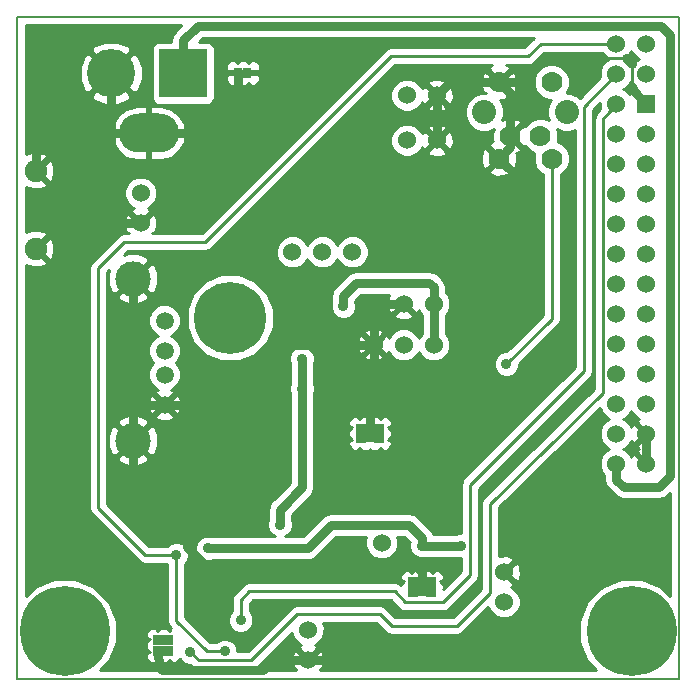
<source format=gbl>
G04 (created by PCBNEW (2013-07-07 BZR 4022)-stable) date 08-Nov-13 3:33:41 PM*
%MOIN*%
G04 Gerber Fmt 3.4, Leading zero omitted, Abs format*
%FSLAX34Y34*%
G01*
G70*
G90*
G04 APERTURE LIST*
%ADD10C,0.00590551*%
%ADD11C,0.07*%
%ADD12C,0.08*%
%ADD13C,0.06*%
%ADD14C,0.16*%
%ADD15R,0.16X0.16*%
%ADD16O,0.2X0.13*%
%ADD17C,0.075*%
%ADD18R,0.0299213X0.0645669*%
%ADD19R,0.0322835X0.0322835*%
%ADD20C,0.0591*%
%ADD21C,0.1181*%
%ADD22R,0.0299213X0.0649606*%
%ADD23R,0.0322835X0.0324803*%
%ADD24R,0.0322835X0.0346457*%
%ADD25C,0.3*%
%ADD26R,0.06X0.06*%
%ADD27C,0.24*%
%ADD28R,0.0314961X0.0354331*%
%ADD29C,0.035*%
%ADD30C,0.01*%
%ADD31C,0.03*%
G04 APERTURE END LIST*
G54D10*
X36122Y-29429D02*
X58169Y-29429D01*
X36122Y-7381D02*
X58169Y-7381D01*
X36122Y-29429D02*
X36122Y-7381D01*
X58169Y-7381D02*
X58169Y-29429D01*
G54D11*
X53926Y-9547D03*
X52176Y-9547D03*
G54D12*
X54426Y-10547D03*
X51676Y-10547D03*
G54D11*
X52176Y-12097D03*
X53926Y-12097D03*
X52551Y-11347D03*
X53551Y-11347D03*
G54D13*
X47996Y-18307D03*
X48996Y-18307D03*
X49996Y-18307D03*
X49106Y-9990D03*
X50106Y-9990D03*
X49996Y-16929D03*
X48996Y-16929D03*
X52342Y-26877D03*
X52342Y-25877D03*
X45807Y-27807D03*
X45807Y-28807D03*
X49106Y-11486D03*
X50106Y-11486D03*
G54D14*
X39242Y-9251D03*
G54D15*
X41642Y-9251D03*
G54D16*
X40492Y-11251D03*
G54D13*
X48267Y-24911D03*
G54D17*
X36725Y-12499D03*
X36725Y-15099D03*
G54D18*
X49606Y-26377D03*
G54D19*
X49299Y-26539D03*
X49299Y-26216D03*
X49913Y-26216D03*
X49913Y-26539D03*
G54D20*
X41023Y-20297D03*
X41023Y-19297D03*
X41023Y-18497D03*
X41023Y-17497D03*
G54D21*
X39973Y-21497D03*
X39973Y-16097D03*
G54D22*
X47874Y-21259D03*
G54D23*
X47566Y-21422D03*
X47566Y-21097D03*
X48181Y-21097D03*
X48181Y-21422D03*
G54D24*
X41145Y-28500D03*
X40822Y-28500D03*
X41145Y-28153D03*
X40822Y-28153D03*
G54D25*
X37696Y-27854D03*
X56594Y-27854D03*
G54D13*
X40226Y-13250D03*
X40226Y-14250D03*
X56084Y-8271D03*
X57084Y-8271D03*
X56084Y-9271D03*
X57084Y-9271D03*
X56084Y-10271D03*
G54D26*
X57084Y-10271D03*
G54D13*
X56084Y-11271D03*
X57084Y-11271D03*
X56084Y-12271D03*
X57084Y-12271D03*
X56084Y-13271D03*
X57084Y-13271D03*
X56084Y-14271D03*
X57084Y-14271D03*
X56084Y-15271D03*
X57084Y-15271D03*
X56084Y-16271D03*
X57084Y-16271D03*
X56084Y-17271D03*
X57084Y-17271D03*
X56084Y-18271D03*
X57084Y-18271D03*
X56084Y-19271D03*
X57084Y-19271D03*
X56084Y-20271D03*
X57084Y-20271D03*
G54D27*
X43208Y-17411D03*
G54D13*
X45289Y-15206D03*
X46289Y-15206D03*
X47289Y-15206D03*
G54D28*
X43474Y-9242D03*
X43789Y-9242D03*
G54D13*
X56084Y-21271D03*
X56084Y-22271D03*
X57084Y-21271D03*
X57084Y-22271D03*
G54D29*
X43031Y-28523D03*
X41417Y-25305D03*
X44872Y-24301D03*
X45610Y-18769D03*
X45610Y-19773D03*
X46988Y-17027D03*
X41889Y-28543D03*
X43562Y-27480D03*
X49606Y-25000D03*
X42480Y-25088D03*
X50895Y-25000D03*
X55039Y-23346D03*
X53031Y-13681D03*
X42657Y-23907D03*
X52421Y-18946D03*
G54D30*
X43031Y-28523D02*
X42431Y-28523D01*
X41417Y-27509D02*
X41417Y-25305D01*
X42431Y-28523D02*
X41417Y-27509D01*
X41417Y-25305D02*
X40383Y-25305D01*
X53559Y-8271D02*
X56084Y-8271D01*
X53139Y-8690D02*
X53559Y-8271D01*
X48572Y-8690D02*
X53139Y-8690D01*
X42381Y-14881D02*
X48572Y-8690D01*
X39685Y-14881D02*
X42381Y-14881D01*
X38818Y-15748D02*
X39685Y-14881D01*
X38818Y-23740D02*
X38818Y-15748D01*
X40383Y-25305D02*
X38818Y-23740D01*
G54D31*
X45610Y-19773D02*
X45610Y-23061D01*
X44872Y-23799D02*
X44872Y-24301D01*
X45610Y-23061D02*
X44872Y-23799D01*
X45610Y-19773D02*
X45610Y-18769D01*
X49996Y-18307D02*
X49996Y-16929D01*
X49996Y-16929D02*
X49996Y-16393D01*
X46988Y-16663D02*
X46988Y-17027D01*
X47411Y-16240D02*
X46988Y-16663D01*
X49842Y-16240D02*
X47411Y-16240D01*
X49996Y-16393D02*
X49842Y-16240D01*
X41642Y-9251D02*
X41642Y-8161D01*
X56084Y-22797D02*
X56084Y-22271D01*
X56328Y-23041D02*
X56084Y-22797D01*
X57519Y-23041D02*
X56328Y-23041D01*
X57874Y-22687D02*
X57519Y-23041D01*
X57874Y-7992D02*
X57874Y-22687D01*
X57559Y-7677D02*
X57874Y-7992D01*
X42125Y-7677D02*
X57559Y-7677D01*
X41642Y-8161D02*
X42125Y-7677D01*
G54D30*
X45452Y-27283D02*
X48208Y-27283D01*
X51870Y-26564D02*
X51870Y-23602D01*
X50767Y-27667D02*
X51870Y-26564D01*
X48592Y-27667D02*
X50767Y-27667D01*
X48208Y-27283D02*
X48592Y-27667D01*
X51870Y-23602D02*
X55649Y-19901D01*
X42165Y-28818D02*
X43917Y-28818D01*
X43917Y-28818D02*
X45452Y-27283D01*
X42165Y-28818D02*
X41889Y-28543D01*
X56084Y-10271D02*
X55649Y-10785D01*
X55649Y-19901D02*
X55649Y-10785D01*
X50295Y-26889D02*
X49055Y-26889D01*
X43562Y-26811D02*
X43562Y-27480D01*
X43848Y-26525D02*
X43562Y-26811D01*
X48690Y-26525D02*
X43848Y-26525D01*
X49055Y-26889D02*
X48690Y-26525D01*
X51200Y-25984D02*
X51200Y-22972D01*
X51200Y-22972D02*
X54990Y-19183D01*
X54990Y-19183D02*
X54990Y-10366D01*
X54990Y-10366D02*
X56084Y-9271D01*
X50295Y-26889D02*
X51200Y-25984D01*
G54D31*
X49606Y-25000D02*
X49606Y-24744D01*
X49606Y-24744D02*
X49173Y-24311D01*
X50895Y-25000D02*
X49606Y-25000D01*
X45807Y-25088D02*
X42480Y-25088D01*
X49173Y-24311D02*
X46584Y-24311D01*
X46584Y-24311D02*
X45807Y-25088D01*
X49606Y-26377D02*
X49606Y-25875D01*
X41781Y-25059D02*
X41781Y-23907D01*
X42401Y-25679D02*
X41781Y-25059D01*
X49409Y-25679D02*
X42401Y-25679D01*
X49606Y-25875D02*
X49409Y-25679D01*
X45807Y-28807D02*
X52019Y-28807D01*
X55039Y-25787D02*
X55039Y-23346D01*
X52019Y-28807D02*
X55039Y-25787D01*
X40944Y-29153D02*
X44291Y-29153D01*
X44637Y-28807D02*
X45807Y-28807D01*
X44291Y-29153D02*
X44637Y-28807D01*
X40824Y-29032D02*
X40944Y-29153D01*
X40822Y-28500D02*
X40824Y-29032D01*
X52176Y-9547D02*
X52962Y-9547D01*
X52962Y-9547D02*
X53750Y-8759D01*
X52176Y-9547D02*
X50549Y-9547D01*
X50549Y-9547D02*
X50106Y-9990D01*
X57084Y-21271D02*
X57084Y-22271D01*
X52551Y-11347D02*
X52551Y-9922D01*
X52551Y-9922D02*
X52176Y-9547D01*
X52551Y-11347D02*
X52551Y-11722D01*
X52551Y-11722D02*
X52176Y-12097D01*
X53031Y-13681D02*
X53031Y-12952D01*
X53031Y-12952D02*
X52176Y-12097D01*
X47996Y-18307D02*
X45216Y-18307D01*
X45216Y-18307D02*
X44832Y-18690D01*
X50106Y-11486D02*
X50106Y-9990D01*
X36725Y-12499D02*
X36725Y-11551D01*
X37025Y-11251D02*
X39242Y-11251D01*
X36725Y-11551D02*
X37025Y-11251D01*
X40492Y-11251D02*
X39242Y-11251D01*
X39242Y-11251D02*
X39242Y-11250D01*
X40226Y-14250D02*
X39604Y-14250D01*
X39242Y-13887D02*
X39242Y-11250D01*
X39604Y-14250D02*
X39242Y-13887D01*
X39242Y-11250D02*
X39242Y-9251D01*
X44832Y-20039D02*
X44574Y-20297D01*
X41023Y-20297D02*
X44574Y-20297D01*
X44832Y-18690D02*
X44832Y-20039D01*
X47996Y-18307D02*
X47996Y-17240D01*
X48307Y-16929D02*
X48996Y-16929D01*
X47996Y-17240D02*
X48307Y-16929D01*
X53750Y-8759D02*
X55570Y-8759D01*
G54D30*
X55570Y-8759D02*
X56397Y-8759D01*
G54D31*
X56397Y-8759D02*
X56594Y-8956D01*
G54D30*
X56594Y-8956D02*
X56594Y-9781D01*
G54D31*
X56594Y-9781D02*
X57084Y-10271D01*
X39973Y-21497D02*
X39973Y-23369D01*
X40511Y-23907D02*
X41781Y-23907D01*
X41781Y-23907D02*
X42657Y-23907D01*
X39973Y-23369D02*
X40511Y-23907D01*
X47874Y-21259D02*
X47874Y-19163D01*
X47996Y-19041D02*
X47996Y-18307D01*
X47874Y-19163D02*
X47996Y-19041D01*
X43474Y-9242D02*
X43474Y-10088D01*
X43474Y-10088D02*
X42311Y-11251D01*
X42311Y-11251D02*
X40492Y-11251D01*
X41023Y-20297D02*
X39973Y-20297D01*
X39973Y-20297D02*
X39980Y-20304D01*
X39980Y-20304D02*
X39980Y-20305D01*
X39980Y-20305D02*
X39973Y-20305D01*
X39973Y-16097D02*
X39973Y-20305D01*
X39973Y-20305D02*
X39973Y-21497D01*
G54D30*
X53926Y-12097D02*
X53926Y-17441D01*
X53926Y-17441D02*
X52421Y-18946D01*
G54D10*
G36*
X55854Y-8771D02*
X55773Y-8805D01*
X55618Y-8959D01*
X55534Y-9161D01*
X55534Y-9380D01*
X55539Y-9392D01*
X54865Y-10066D01*
X54794Y-9996D01*
X54556Y-9897D01*
X54424Y-9897D01*
X54434Y-9887D01*
X54526Y-9667D01*
X54526Y-9428D01*
X54435Y-9207D01*
X54266Y-9038D01*
X54046Y-8947D01*
X53807Y-8947D01*
X53586Y-9038D01*
X53417Y-9206D01*
X53326Y-9427D01*
X53326Y-9666D01*
X53417Y-9886D01*
X53585Y-10055D01*
X53806Y-10147D01*
X53906Y-10147D01*
X53875Y-10178D01*
X53776Y-10417D01*
X53776Y-10675D01*
X53833Y-10814D01*
X53671Y-10747D01*
X53432Y-10747D01*
X53211Y-10838D01*
X53042Y-11006D01*
X53038Y-11017D01*
X52973Y-10995D01*
X52621Y-11347D01*
X52973Y-11698D01*
X53038Y-11677D01*
X53042Y-11686D01*
X53210Y-11855D01*
X53352Y-11914D01*
X53326Y-11977D01*
X53326Y-12216D01*
X53417Y-12436D01*
X53585Y-12605D01*
X53626Y-12622D01*
X53626Y-17317D01*
X52902Y-18041D01*
X52902Y-11769D01*
X52551Y-11417D01*
X52545Y-11423D01*
X52474Y-11352D01*
X52480Y-11347D01*
X52474Y-11341D01*
X52545Y-11270D01*
X52551Y-11276D01*
X52902Y-10925D01*
X52869Y-10824D01*
X52780Y-10792D01*
X52780Y-9640D01*
X52770Y-9402D01*
X52698Y-9229D01*
X52598Y-9195D01*
X52246Y-9547D01*
X52598Y-9898D01*
X52698Y-9865D01*
X52780Y-9640D01*
X52780Y-10792D01*
X52644Y-10742D01*
X52406Y-10752D01*
X52271Y-10808D01*
X52326Y-10677D01*
X52326Y-10418D01*
X52227Y-10179D01*
X52195Y-10146D01*
X52320Y-10141D01*
X52494Y-10069D01*
X52527Y-9969D01*
X52176Y-9617D01*
X52170Y-9623D01*
X52099Y-9552D01*
X52105Y-9547D01*
X51754Y-9195D01*
X51653Y-9229D01*
X51571Y-9453D01*
X51581Y-9692D01*
X51653Y-9865D01*
X51750Y-9897D01*
X51547Y-9897D01*
X51308Y-9995D01*
X51125Y-10178D01*
X51026Y-10417D01*
X51026Y-10675D01*
X51124Y-10914D01*
X51307Y-11097D01*
X51546Y-11197D01*
X51804Y-11197D01*
X51995Y-11118D01*
X51946Y-11253D01*
X51956Y-11492D01*
X51971Y-11527D01*
X51858Y-11574D01*
X51824Y-11675D01*
X52176Y-12026D01*
X52181Y-12020D01*
X52252Y-12091D01*
X52246Y-12097D01*
X52598Y-12448D01*
X52698Y-12415D01*
X52780Y-12190D01*
X52770Y-11952D01*
X52755Y-11916D01*
X52869Y-11869D01*
X52902Y-11769D01*
X52902Y-18041D01*
X52527Y-18416D01*
X52527Y-12519D01*
X52176Y-12167D01*
X52105Y-12238D01*
X52105Y-12097D01*
X51754Y-11745D01*
X51653Y-11779D01*
X51571Y-12003D01*
X51581Y-12242D01*
X51653Y-12415D01*
X51754Y-12448D01*
X52105Y-12097D01*
X52105Y-12238D01*
X51824Y-12519D01*
X51858Y-12619D01*
X52082Y-12701D01*
X52320Y-12691D01*
X52494Y-12619D01*
X52527Y-12519D01*
X52527Y-18416D01*
X52421Y-18521D01*
X52337Y-18521D01*
X52180Y-18586D01*
X52061Y-18705D01*
X51996Y-18861D01*
X51996Y-19031D01*
X52060Y-19187D01*
X52180Y-19306D01*
X52336Y-19371D01*
X52505Y-19371D01*
X52661Y-19307D01*
X52781Y-19187D01*
X52846Y-19031D01*
X52846Y-18946D01*
X54138Y-17654D01*
X54138Y-17654D01*
X54203Y-17556D01*
X54226Y-17441D01*
X54226Y-17441D01*
X54226Y-12622D01*
X54265Y-12606D01*
X54434Y-12437D01*
X54526Y-12217D01*
X54526Y-11978D01*
X54435Y-11757D01*
X54266Y-11588D01*
X54124Y-11530D01*
X54151Y-11467D01*
X54151Y-11228D01*
X54105Y-11117D01*
X54296Y-11197D01*
X54554Y-11197D01*
X54690Y-11141D01*
X54690Y-19058D01*
X50988Y-22760D01*
X50923Y-22857D01*
X50900Y-22972D01*
X50900Y-24575D01*
X50811Y-24574D01*
X50750Y-24600D01*
X50661Y-24600D01*
X50661Y-11567D01*
X50661Y-10071D01*
X50650Y-9853D01*
X50587Y-9702D01*
X50492Y-9674D01*
X50421Y-9745D01*
X50421Y-9604D01*
X50394Y-9508D01*
X50188Y-9435D01*
X49969Y-9446D01*
X49818Y-9508D01*
X49791Y-9604D01*
X50106Y-9919D01*
X50421Y-9604D01*
X50421Y-9745D01*
X50177Y-9990D01*
X50492Y-10305D01*
X50587Y-10278D01*
X50661Y-10071D01*
X50661Y-11567D01*
X50650Y-11349D01*
X50587Y-11198D01*
X50492Y-11171D01*
X50421Y-11241D01*
X50421Y-11100D01*
X50421Y-10376D01*
X50106Y-10060D01*
X50035Y-10131D01*
X50035Y-9990D01*
X49720Y-9674D01*
X49625Y-9702D01*
X49605Y-9757D01*
X49572Y-9679D01*
X49418Y-9524D01*
X49216Y-9440D01*
X48997Y-9440D01*
X48795Y-9523D01*
X48640Y-9678D01*
X48556Y-9880D01*
X48556Y-10099D01*
X48639Y-10301D01*
X48794Y-10456D01*
X48996Y-10540D01*
X49215Y-10540D01*
X49417Y-10456D01*
X49572Y-10302D01*
X49603Y-10226D01*
X49625Y-10278D01*
X49720Y-10305D01*
X50035Y-9990D01*
X50035Y-10131D01*
X49791Y-10376D01*
X49818Y-10471D01*
X50024Y-10544D01*
X50243Y-10534D01*
X50394Y-10471D01*
X50421Y-10376D01*
X50421Y-11100D01*
X50394Y-11004D01*
X50188Y-10931D01*
X49969Y-10942D01*
X49818Y-11004D01*
X49791Y-11100D01*
X50106Y-11415D01*
X50421Y-11100D01*
X50421Y-11241D01*
X50177Y-11486D01*
X50492Y-11801D01*
X50587Y-11774D01*
X50661Y-11567D01*
X50661Y-24600D01*
X50546Y-24600D01*
X50546Y-18198D01*
X50462Y-17995D01*
X50396Y-17929D01*
X50396Y-17306D01*
X50462Y-17241D01*
X50545Y-17039D01*
X50546Y-16820D01*
X50462Y-16617D01*
X50421Y-16576D01*
X50421Y-11872D01*
X50106Y-11556D01*
X50035Y-11627D01*
X50035Y-11486D01*
X49720Y-11171D01*
X49625Y-11198D01*
X49605Y-11253D01*
X49572Y-11175D01*
X49418Y-11020D01*
X49216Y-10936D01*
X48997Y-10936D01*
X48795Y-11019D01*
X48640Y-11174D01*
X48556Y-11376D01*
X48556Y-11595D01*
X48639Y-11797D01*
X48794Y-11952D01*
X48996Y-12036D01*
X49215Y-12036D01*
X49417Y-11952D01*
X49572Y-11798D01*
X49603Y-11722D01*
X49625Y-11774D01*
X49720Y-11801D01*
X50035Y-11486D01*
X50035Y-11627D01*
X49791Y-11872D01*
X49818Y-11967D01*
X50024Y-12041D01*
X50243Y-12030D01*
X50394Y-11967D01*
X50421Y-11872D01*
X50421Y-16576D01*
X50396Y-16551D01*
X50396Y-16393D01*
X50365Y-16240D01*
X50365Y-16240D01*
X50336Y-16197D01*
X50278Y-16110D01*
X50278Y-16110D01*
X50125Y-15957D01*
X49995Y-15870D01*
X49970Y-15865D01*
X49842Y-15840D01*
X47839Y-15840D01*
X47839Y-15097D01*
X47755Y-14895D01*
X47601Y-14740D01*
X47399Y-14656D01*
X47180Y-14656D01*
X46978Y-14740D01*
X46823Y-14894D01*
X46789Y-14976D01*
X46755Y-14895D01*
X46601Y-14740D01*
X46399Y-14656D01*
X46180Y-14656D01*
X45978Y-14740D01*
X45823Y-14894D01*
X45789Y-14976D01*
X45755Y-14895D01*
X45601Y-14740D01*
X45399Y-14656D01*
X45180Y-14656D01*
X44978Y-14740D01*
X44823Y-14894D01*
X44739Y-15096D01*
X44739Y-15315D01*
X44822Y-15517D01*
X44977Y-15672D01*
X45179Y-15756D01*
X45398Y-15756D01*
X45600Y-15673D01*
X45755Y-15518D01*
X45789Y-15436D01*
X45822Y-15517D01*
X45977Y-15672D01*
X46179Y-15756D01*
X46398Y-15756D01*
X46600Y-15673D01*
X46755Y-15518D01*
X46789Y-15436D01*
X46822Y-15517D01*
X46977Y-15672D01*
X47179Y-15756D01*
X47398Y-15756D01*
X47600Y-15673D01*
X47755Y-15518D01*
X47839Y-15316D01*
X47839Y-15097D01*
X47839Y-15840D01*
X47411Y-15840D01*
X47258Y-15870D01*
X47215Y-15899D01*
X47128Y-15957D01*
X46705Y-16380D01*
X46618Y-16510D01*
X46613Y-16535D01*
X46588Y-16663D01*
X46588Y-16882D01*
X46563Y-16942D01*
X46563Y-17111D01*
X46627Y-17267D01*
X46747Y-17387D01*
X46903Y-17452D01*
X47072Y-17452D01*
X47228Y-17388D01*
X47348Y-17268D01*
X47413Y-17112D01*
X47413Y-16943D01*
X47388Y-16882D01*
X47388Y-16829D01*
X47577Y-16640D01*
X48518Y-16640D01*
X48514Y-16641D01*
X48441Y-16847D01*
X48452Y-17065D01*
X48514Y-17216D01*
X48610Y-17244D01*
X48925Y-16929D01*
X48919Y-16923D01*
X48990Y-16852D01*
X48996Y-16858D01*
X49001Y-16852D01*
X49072Y-16923D01*
X49066Y-16929D01*
X49381Y-17244D01*
X49477Y-17216D01*
X49497Y-17161D01*
X49529Y-17240D01*
X49596Y-17306D01*
X49596Y-17929D01*
X49530Y-17995D01*
X49496Y-18076D01*
X49462Y-17995D01*
X49311Y-17844D01*
X49311Y-17315D01*
X48996Y-16999D01*
X48680Y-17315D01*
X48708Y-17410D01*
X48914Y-17483D01*
X49132Y-17472D01*
X49283Y-17410D01*
X49311Y-17315D01*
X49311Y-17844D01*
X49308Y-17841D01*
X49105Y-17757D01*
X48887Y-17756D01*
X48684Y-17840D01*
X48530Y-17995D01*
X48498Y-18070D01*
X48477Y-18019D01*
X48381Y-17991D01*
X48311Y-18062D01*
X48311Y-17921D01*
X48283Y-17825D01*
X48077Y-17752D01*
X47859Y-17763D01*
X47708Y-17825D01*
X47680Y-17921D01*
X47996Y-18236D01*
X48311Y-17921D01*
X48311Y-18062D01*
X48066Y-18307D01*
X48381Y-18622D01*
X48477Y-18594D01*
X48497Y-18539D01*
X48529Y-18618D01*
X48684Y-18773D01*
X48886Y-18856D01*
X49104Y-18857D01*
X49307Y-18773D01*
X49462Y-18619D01*
X49496Y-18537D01*
X49529Y-18618D01*
X49684Y-18773D01*
X49886Y-18856D01*
X50104Y-18857D01*
X50307Y-18773D01*
X50462Y-18619D01*
X50545Y-18416D01*
X50546Y-18198D01*
X50546Y-24600D01*
X49977Y-24600D01*
X49975Y-24591D01*
X49975Y-24591D01*
X49889Y-24461D01*
X49889Y-24461D01*
X49456Y-24028D01*
X49326Y-23941D01*
X49300Y-23936D01*
X49173Y-23911D01*
X48592Y-23911D01*
X48592Y-21535D01*
X48592Y-21534D01*
X48530Y-21472D01*
X48483Y-21472D01*
X48483Y-21471D01*
X48554Y-21401D01*
X48592Y-21309D01*
X48592Y-21309D01*
X48592Y-21309D01*
X48592Y-21309D01*
X48592Y-21259D01*
X48592Y-21210D01*
X48592Y-21209D01*
X48592Y-21209D01*
X48592Y-21209D01*
X48554Y-21118D01*
X48483Y-21047D01*
X48483Y-21047D01*
X48530Y-21047D01*
X48592Y-20984D01*
X48592Y-20984D01*
X48592Y-20885D01*
X48554Y-20793D01*
X48483Y-20722D01*
X48392Y-20684D01*
X48311Y-20685D01*
X48311Y-18692D01*
X47996Y-18377D01*
X47925Y-18448D01*
X47925Y-18307D01*
X47610Y-17991D01*
X47514Y-18019D01*
X47441Y-18225D01*
X47452Y-18443D01*
X47514Y-18594D01*
X47610Y-18622D01*
X47925Y-18307D01*
X47925Y-18448D01*
X47680Y-18692D01*
X47708Y-18788D01*
X47914Y-18861D01*
X48132Y-18850D01*
X48283Y-18788D01*
X48311Y-18692D01*
X48311Y-20685D01*
X48293Y-20685D01*
X48231Y-20747D01*
X48231Y-20788D01*
X48165Y-20722D01*
X48073Y-20684D01*
X48024Y-20685D01*
X47970Y-20684D01*
X47878Y-20722D01*
X47874Y-20727D01*
X47869Y-20722D01*
X47777Y-20684D01*
X47723Y-20685D01*
X47674Y-20684D01*
X47582Y-20722D01*
X47516Y-20788D01*
X47516Y-20747D01*
X47454Y-20685D01*
X47356Y-20684D01*
X47264Y-20722D01*
X47193Y-20793D01*
X47155Y-20885D01*
X47155Y-20984D01*
X47155Y-20984D01*
X47218Y-21047D01*
X47264Y-21047D01*
X47264Y-21047D01*
X47193Y-21118D01*
X47155Y-21209D01*
X47155Y-21209D01*
X47155Y-21209D01*
X47155Y-21210D01*
X47155Y-21259D01*
X47155Y-21309D01*
X47155Y-21309D01*
X47155Y-21309D01*
X47155Y-21309D01*
X47193Y-21401D01*
X47264Y-21471D01*
X47264Y-21472D01*
X47218Y-21472D01*
X47155Y-21534D01*
X47155Y-21535D01*
X47155Y-21634D01*
X47193Y-21726D01*
X47264Y-21796D01*
X47356Y-21834D01*
X47454Y-21834D01*
X47516Y-21772D01*
X47516Y-21730D01*
X47582Y-21796D01*
X47674Y-21834D01*
X47723Y-21834D01*
X47777Y-21834D01*
X47869Y-21796D01*
X47874Y-21792D01*
X47878Y-21796D01*
X47970Y-21834D01*
X48024Y-21834D01*
X48073Y-21834D01*
X48165Y-21796D01*
X48231Y-21730D01*
X48231Y-21772D01*
X48293Y-21834D01*
X48392Y-21834D01*
X48483Y-21796D01*
X48554Y-21726D01*
X48592Y-21634D01*
X48592Y-21535D01*
X48592Y-23911D01*
X46584Y-23911D01*
X46431Y-23941D01*
X46388Y-23970D01*
X46301Y-24028D01*
X45641Y-24688D01*
X45047Y-24688D01*
X45112Y-24661D01*
X45232Y-24542D01*
X45296Y-24386D01*
X45297Y-24217D01*
X45272Y-24156D01*
X45272Y-23964D01*
X45893Y-23343D01*
X45893Y-23343D01*
X45951Y-23257D01*
X45979Y-23214D01*
X45979Y-23214D01*
X46010Y-23061D01*
X46010Y-23061D01*
X46010Y-19918D01*
X46035Y-19858D01*
X46035Y-19689D01*
X46010Y-19628D01*
X46010Y-18914D01*
X46035Y-18854D01*
X46035Y-18685D01*
X45970Y-18529D01*
X45851Y-18409D01*
X45695Y-18344D01*
X45526Y-18344D01*
X45369Y-18409D01*
X45250Y-18528D01*
X45185Y-18684D01*
X45185Y-18853D01*
X45210Y-18914D01*
X45210Y-19628D01*
X45185Y-19688D01*
X45185Y-19857D01*
X45210Y-19918D01*
X45210Y-22895D01*
X44658Y-23446D01*
X44658Y-17124D01*
X44438Y-16591D01*
X44031Y-16182D01*
X43498Y-15961D01*
X42921Y-15961D01*
X42388Y-16181D01*
X41980Y-16588D01*
X41758Y-17121D01*
X41758Y-17698D01*
X41978Y-18231D01*
X42386Y-18639D01*
X42918Y-18861D01*
X43495Y-18861D01*
X44028Y-18641D01*
X44437Y-18233D01*
X44658Y-17701D01*
X44658Y-17124D01*
X44658Y-23446D01*
X44589Y-23516D01*
X44502Y-23646D01*
X44497Y-23671D01*
X44472Y-23799D01*
X44472Y-24156D01*
X44447Y-24216D01*
X44446Y-24385D01*
X44511Y-24541D01*
X44630Y-24661D01*
X44696Y-24688D01*
X42625Y-24688D01*
X42565Y-24663D01*
X42396Y-24663D01*
X42239Y-24728D01*
X42120Y-24847D01*
X42055Y-25003D01*
X42055Y-25172D01*
X42119Y-25329D01*
X42239Y-25448D01*
X42395Y-25513D01*
X42564Y-25513D01*
X42625Y-25488D01*
X45807Y-25488D01*
X45807Y-25488D01*
X45934Y-25463D01*
X45960Y-25458D01*
X45960Y-25458D01*
X46089Y-25371D01*
X46750Y-24711D01*
X47755Y-24711D01*
X47717Y-24801D01*
X47717Y-25020D01*
X47801Y-25222D01*
X47955Y-25377D01*
X48157Y-25461D01*
X48376Y-25461D01*
X48578Y-25377D01*
X48733Y-25223D01*
X48817Y-25021D01*
X48817Y-24802D01*
X48780Y-24711D01*
X49007Y-24711D01*
X49190Y-24893D01*
X49181Y-24915D01*
X49181Y-25084D01*
X49245Y-25240D01*
X49365Y-25360D01*
X49521Y-25424D01*
X49690Y-25425D01*
X49751Y-25400D01*
X50750Y-25400D01*
X50810Y-25424D01*
X50900Y-25425D01*
X50900Y-25859D01*
X50318Y-26441D01*
X50324Y-26427D01*
X50324Y-26426D01*
X50324Y-26426D01*
X50324Y-26427D01*
X50324Y-26377D01*
X50324Y-26328D01*
X50324Y-26329D01*
X50324Y-26328D01*
X50324Y-26328D01*
X50286Y-26236D01*
X50216Y-26166D01*
X50262Y-26166D01*
X50324Y-26104D01*
X50324Y-26104D01*
X50324Y-26005D01*
X50286Y-25913D01*
X50216Y-25843D01*
X50124Y-25805D01*
X50025Y-25805D01*
X49963Y-25867D01*
X49963Y-25908D01*
X49897Y-25843D01*
X49805Y-25805D01*
X49757Y-25805D01*
X49702Y-25805D01*
X49610Y-25843D01*
X49606Y-25847D01*
X49602Y-25843D01*
X49510Y-25805D01*
X49455Y-25805D01*
X49407Y-25805D01*
X49315Y-25843D01*
X49249Y-25908D01*
X49249Y-25867D01*
X49186Y-25805D01*
X49088Y-25805D01*
X48996Y-25843D01*
X48925Y-25913D01*
X48887Y-26005D01*
X48887Y-26104D01*
X48887Y-26104D01*
X48950Y-26166D01*
X48995Y-26166D01*
X48925Y-26236D01*
X48895Y-26308D01*
X48805Y-26248D01*
X48690Y-26225D01*
X43848Y-26225D01*
X43733Y-26248D01*
X43636Y-26313D01*
X43350Y-26598D01*
X43285Y-26696D01*
X43262Y-26811D01*
X43262Y-27179D01*
X43202Y-27239D01*
X43138Y-27395D01*
X43137Y-27564D01*
X43202Y-27720D01*
X43321Y-27840D01*
X43478Y-27905D01*
X43647Y-27905D01*
X43803Y-27840D01*
X43923Y-27721D01*
X43987Y-27565D01*
X43988Y-27396D01*
X43923Y-27239D01*
X43862Y-27179D01*
X43862Y-26935D01*
X43972Y-26825D01*
X48566Y-26825D01*
X48842Y-27101D01*
X48842Y-27101D01*
X48940Y-27166D01*
X49055Y-27189D01*
X50295Y-27189D01*
X50295Y-27189D01*
X50410Y-27166D01*
X50410Y-27166D01*
X50507Y-27101D01*
X51412Y-26196D01*
X51412Y-26196D01*
X51477Y-26099D01*
X51500Y-25984D01*
X51500Y-25984D01*
X51500Y-23096D01*
X55202Y-19395D01*
X55202Y-19395D01*
X55267Y-19297D01*
X55290Y-19183D01*
X55290Y-19183D01*
X55290Y-10490D01*
X55534Y-10245D01*
X55534Y-10380D01*
X55555Y-10432D01*
X55420Y-10591D01*
X55398Y-10632D01*
X55372Y-10670D01*
X55370Y-10682D01*
X55363Y-10693D01*
X55358Y-10739D01*
X55349Y-10785D01*
X55349Y-19775D01*
X51660Y-23388D01*
X51659Y-23389D01*
X51657Y-23390D01*
X51626Y-23437D01*
X51594Y-23484D01*
X51593Y-23486D01*
X51592Y-23487D01*
X51581Y-23543D01*
X51570Y-23599D01*
X51570Y-23600D01*
X51570Y-23602D01*
X51570Y-26440D01*
X50643Y-27367D01*
X48716Y-27367D01*
X48420Y-27071D01*
X48323Y-27006D01*
X48208Y-26983D01*
X45452Y-26983D01*
X45337Y-27006D01*
X45240Y-27071D01*
X43793Y-28518D01*
X43456Y-28518D01*
X43456Y-28439D01*
X43392Y-28283D01*
X43272Y-28163D01*
X43116Y-28098D01*
X42947Y-28098D01*
X42791Y-28163D01*
X42730Y-28223D01*
X42555Y-28223D01*
X41717Y-27385D01*
X41717Y-25606D01*
X41777Y-25546D01*
X41842Y-25390D01*
X41842Y-25220D01*
X41777Y-25064D01*
X41658Y-24945D01*
X41573Y-24909D01*
X41573Y-20378D01*
X41569Y-20285D01*
X41569Y-19189D01*
X41486Y-18989D01*
X41395Y-18897D01*
X41485Y-18807D01*
X41569Y-18606D01*
X41569Y-18389D01*
X41486Y-18189D01*
X41333Y-18035D01*
X41241Y-17997D01*
X41332Y-17960D01*
X41485Y-17807D01*
X41569Y-17606D01*
X41569Y-17389D01*
X41486Y-17189D01*
X41333Y-17035D01*
X41132Y-16952D01*
X40915Y-16952D01*
X40817Y-16992D01*
X40817Y-16248D01*
X40810Y-15914D01*
X40695Y-15635D01*
X40569Y-15572D01*
X40044Y-16097D01*
X40569Y-16622D01*
X40695Y-16560D01*
X40817Y-16248D01*
X40817Y-16992D01*
X40715Y-17034D01*
X40561Y-17188D01*
X40498Y-17338D01*
X40498Y-16693D01*
X39973Y-16168D01*
X39448Y-16693D01*
X39511Y-16819D01*
X39822Y-16941D01*
X40156Y-16934D01*
X40436Y-16819D01*
X40498Y-16693D01*
X40498Y-17338D01*
X40478Y-17388D01*
X40478Y-17605D01*
X40560Y-17806D01*
X40714Y-17959D01*
X40805Y-17997D01*
X40715Y-18034D01*
X40561Y-18188D01*
X40478Y-18388D01*
X40478Y-18605D01*
X40560Y-18806D01*
X40652Y-18897D01*
X40561Y-18988D01*
X40478Y-19188D01*
X40478Y-19405D01*
X40560Y-19606D01*
X40714Y-19759D01*
X40799Y-19795D01*
X40738Y-19820D01*
X40711Y-19914D01*
X41023Y-20226D01*
X41335Y-19914D01*
X41308Y-19820D01*
X41243Y-19796D01*
X41332Y-19760D01*
X41485Y-19607D01*
X41569Y-19406D01*
X41569Y-19189D01*
X41569Y-20285D01*
X41562Y-20161D01*
X41501Y-20012D01*
X41406Y-19985D01*
X41094Y-20297D01*
X41406Y-20609D01*
X41501Y-20582D01*
X41573Y-20378D01*
X41573Y-24909D01*
X41502Y-24880D01*
X41335Y-24880D01*
X41335Y-20680D01*
X41023Y-20368D01*
X40952Y-20439D01*
X40952Y-20297D01*
X40640Y-19985D01*
X40546Y-20012D01*
X40473Y-20216D01*
X40484Y-20433D01*
X40546Y-20582D01*
X40640Y-20609D01*
X40952Y-20297D01*
X40952Y-20439D01*
X40711Y-20680D01*
X40738Y-20775D01*
X40942Y-20847D01*
X41159Y-20836D01*
X41308Y-20775D01*
X41335Y-20680D01*
X41335Y-24880D01*
X41333Y-24880D01*
X41176Y-24944D01*
X41116Y-25005D01*
X40817Y-25005D01*
X40817Y-21648D01*
X40810Y-21314D01*
X40695Y-21035D01*
X40569Y-20972D01*
X40498Y-21043D01*
X40498Y-20901D01*
X40436Y-20776D01*
X40124Y-20654D01*
X39790Y-20660D01*
X39511Y-20776D01*
X39448Y-20901D01*
X39973Y-21426D01*
X40498Y-20901D01*
X40498Y-21043D01*
X40044Y-21497D01*
X40569Y-22022D01*
X40695Y-21960D01*
X40817Y-21648D01*
X40817Y-25005D01*
X40508Y-25005D01*
X40498Y-24995D01*
X40498Y-22093D01*
X39973Y-21568D01*
X39902Y-21639D01*
X39902Y-21497D01*
X39377Y-20972D01*
X39252Y-21035D01*
X39130Y-21346D01*
X39136Y-21680D01*
X39252Y-21960D01*
X39377Y-22022D01*
X39902Y-21497D01*
X39902Y-21639D01*
X39448Y-22093D01*
X39511Y-22219D01*
X39822Y-22341D01*
X40156Y-22334D01*
X40436Y-22219D01*
X40498Y-22093D01*
X40498Y-24995D01*
X39118Y-23615D01*
X39118Y-15872D01*
X39185Y-15806D01*
X39130Y-15946D01*
X39136Y-16280D01*
X39252Y-16560D01*
X39377Y-16622D01*
X39902Y-16097D01*
X39897Y-16092D01*
X39968Y-16021D01*
X39973Y-16026D01*
X40498Y-15501D01*
X40436Y-15376D01*
X40124Y-15254D01*
X39790Y-15260D01*
X39688Y-15302D01*
X39809Y-15181D01*
X42381Y-15181D01*
X42381Y-15181D01*
X42496Y-15159D01*
X42496Y-15159D01*
X42594Y-15094D01*
X48697Y-8990D01*
X51939Y-8990D01*
X51858Y-9024D01*
X51824Y-9125D01*
X52176Y-9476D01*
X52527Y-9125D01*
X52494Y-9024D01*
X52401Y-8990D01*
X53139Y-8990D01*
X53139Y-8990D01*
X53254Y-8968D01*
X53254Y-8968D01*
X53351Y-8903D01*
X53683Y-8571D01*
X55613Y-8571D01*
X55618Y-8582D01*
X55772Y-8737D01*
X55854Y-8771D01*
X55854Y-8771D01*
G37*
G54D30*
X55854Y-8771D02*
X55773Y-8805D01*
X55618Y-8959D01*
X55534Y-9161D01*
X55534Y-9380D01*
X55539Y-9392D01*
X54865Y-10066D01*
X54794Y-9996D01*
X54556Y-9897D01*
X54424Y-9897D01*
X54434Y-9887D01*
X54526Y-9667D01*
X54526Y-9428D01*
X54435Y-9207D01*
X54266Y-9038D01*
X54046Y-8947D01*
X53807Y-8947D01*
X53586Y-9038D01*
X53417Y-9206D01*
X53326Y-9427D01*
X53326Y-9666D01*
X53417Y-9886D01*
X53585Y-10055D01*
X53806Y-10147D01*
X53906Y-10147D01*
X53875Y-10178D01*
X53776Y-10417D01*
X53776Y-10675D01*
X53833Y-10814D01*
X53671Y-10747D01*
X53432Y-10747D01*
X53211Y-10838D01*
X53042Y-11006D01*
X53038Y-11017D01*
X52973Y-10995D01*
X52621Y-11347D01*
X52973Y-11698D01*
X53038Y-11677D01*
X53042Y-11686D01*
X53210Y-11855D01*
X53352Y-11914D01*
X53326Y-11977D01*
X53326Y-12216D01*
X53417Y-12436D01*
X53585Y-12605D01*
X53626Y-12622D01*
X53626Y-17317D01*
X52902Y-18041D01*
X52902Y-11769D01*
X52551Y-11417D01*
X52545Y-11423D01*
X52474Y-11352D01*
X52480Y-11347D01*
X52474Y-11341D01*
X52545Y-11270D01*
X52551Y-11276D01*
X52902Y-10925D01*
X52869Y-10824D01*
X52780Y-10792D01*
X52780Y-9640D01*
X52770Y-9402D01*
X52698Y-9229D01*
X52598Y-9195D01*
X52246Y-9547D01*
X52598Y-9898D01*
X52698Y-9865D01*
X52780Y-9640D01*
X52780Y-10792D01*
X52644Y-10742D01*
X52406Y-10752D01*
X52271Y-10808D01*
X52326Y-10677D01*
X52326Y-10418D01*
X52227Y-10179D01*
X52195Y-10146D01*
X52320Y-10141D01*
X52494Y-10069D01*
X52527Y-9969D01*
X52176Y-9617D01*
X52170Y-9623D01*
X52099Y-9552D01*
X52105Y-9547D01*
X51754Y-9195D01*
X51653Y-9229D01*
X51571Y-9453D01*
X51581Y-9692D01*
X51653Y-9865D01*
X51750Y-9897D01*
X51547Y-9897D01*
X51308Y-9995D01*
X51125Y-10178D01*
X51026Y-10417D01*
X51026Y-10675D01*
X51124Y-10914D01*
X51307Y-11097D01*
X51546Y-11197D01*
X51804Y-11197D01*
X51995Y-11118D01*
X51946Y-11253D01*
X51956Y-11492D01*
X51971Y-11527D01*
X51858Y-11574D01*
X51824Y-11675D01*
X52176Y-12026D01*
X52181Y-12020D01*
X52252Y-12091D01*
X52246Y-12097D01*
X52598Y-12448D01*
X52698Y-12415D01*
X52780Y-12190D01*
X52770Y-11952D01*
X52755Y-11916D01*
X52869Y-11869D01*
X52902Y-11769D01*
X52902Y-18041D01*
X52527Y-18416D01*
X52527Y-12519D01*
X52176Y-12167D01*
X52105Y-12238D01*
X52105Y-12097D01*
X51754Y-11745D01*
X51653Y-11779D01*
X51571Y-12003D01*
X51581Y-12242D01*
X51653Y-12415D01*
X51754Y-12448D01*
X52105Y-12097D01*
X52105Y-12238D01*
X51824Y-12519D01*
X51858Y-12619D01*
X52082Y-12701D01*
X52320Y-12691D01*
X52494Y-12619D01*
X52527Y-12519D01*
X52527Y-18416D01*
X52421Y-18521D01*
X52337Y-18521D01*
X52180Y-18586D01*
X52061Y-18705D01*
X51996Y-18861D01*
X51996Y-19031D01*
X52060Y-19187D01*
X52180Y-19306D01*
X52336Y-19371D01*
X52505Y-19371D01*
X52661Y-19307D01*
X52781Y-19187D01*
X52846Y-19031D01*
X52846Y-18946D01*
X54138Y-17654D01*
X54138Y-17654D01*
X54203Y-17556D01*
X54226Y-17441D01*
X54226Y-17441D01*
X54226Y-12622D01*
X54265Y-12606D01*
X54434Y-12437D01*
X54526Y-12217D01*
X54526Y-11978D01*
X54435Y-11757D01*
X54266Y-11588D01*
X54124Y-11530D01*
X54151Y-11467D01*
X54151Y-11228D01*
X54105Y-11117D01*
X54296Y-11197D01*
X54554Y-11197D01*
X54690Y-11141D01*
X54690Y-19058D01*
X50988Y-22760D01*
X50923Y-22857D01*
X50900Y-22972D01*
X50900Y-24575D01*
X50811Y-24574D01*
X50750Y-24600D01*
X50661Y-24600D01*
X50661Y-11567D01*
X50661Y-10071D01*
X50650Y-9853D01*
X50587Y-9702D01*
X50492Y-9674D01*
X50421Y-9745D01*
X50421Y-9604D01*
X50394Y-9508D01*
X50188Y-9435D01*
X49969Y-9446D01*
X49818Y-9508D01*
X49791Y-9604D01*
X50106Y-9919D01*
X50421Y-9604D01*
X50421Y-9745D01*
X50177Y-9990D01*
X50492Y-10305D01*
X50587Y-10278D01*
X50661Y-10071D01*
X50661Y-11567D01*
X50650Y-11349D01*
X50587Y-11198D01*
X50492Y-11171D01*
X50421Y-11241D01*
X50421Y-11100D01*
X50421Y-10376D01*
X50106Y-10060D01*
X50035Y-10131D01*
X50035Y-9990D01*
X49720Y-9674D01*
X49625Y-9702D01*
X49605Y-9757D01*
X49572Y-9679D01*
X49418Y-9524D01*
X49216Y-9440D01*
X48997Y-9440D01*
X48795Y-9523D01*
X48640Y-9678D01*
X48556Y-9880D01*
X48556Y-10099D01*
X48639Y-10301D01*
X48794Y-10456D01*
X48996Y-10540D01*
X49215Y-10540D01*
X49417Y-10456D01*
X49572Y-10302D01*
X49603Y-10226D01*
X49625Y-10278D01*
X49720Y-10305D01*
X50035Y-9990D01*
X50035Y-10131D01*
X49791Y-10376D01*
X49818Y-10471D01*
X50024Y-10544D01*
X50243Y-10534D01*
X50394Y-10471D01*
X50421Y-10376D01*
X50421Y-11100D01*
X50394Y-11004D01*
X50188Y-10931D01*
X49969Y-10942D01*
X49818Y-11004D01*
X49791Y-11100D01*
X50106Y-11415D01*
X50421Y-11100D01*
X50421Y-11241D01*
X50177Y-11486D01*
X50492Y-11801D01*
X50587Y-11774D01*
X50661Y-11567D01*
X50661Y-24600D01*
X50546Y-24600D01*
X50546Y-18198D01*
X50462Y-17995D01*
X50396Y-17929D01*
X50396Y-17306D01*
X50462Y-17241D01*
X50545Y-17039D01*
X50546Y-16820D01*
X50462Y-16617D01*
X50421Y-16576D01*
X50421Y-11872D01*
X50106Y-11556D01*
X50035Y-11627D01*
X50035Y-11486D01*
X49720Y-11171D01*
X49625Y-11198D01*
X49605Y-11253D01*
X49572Y-11175D01*
X49418Y-11020D01*
X49216Y-10936D01*
X48997Y-10936D01*
X48795Y-11019D01*
X48640Y-11174D01*
X48556Y-11376D01*
X48556Y-11595D01*
X48639Y-11797D01*
X48794Y-11952D01*
X48996Y-12036D01*
X49215Y-12036D01*
X49417Y-11952D01*
X49572Y-11798D01*
X49603Y-11722D01*
X49625Y-11774D01*
X49720Y-11801D01*
X50035Y-11486D01*
X50035Y-11627D01*
X49791Y-11872D01*
X49818Y-11967D01*
X50024Y-12041D01*
X50243Y-12030D01*
X50394Y-11967D01*
X50421Y-11872D01*
X50421Y-16576D01*
X50396Y-16551D01*
X50396Y-16393D01*
X50365Y-16240D01*
X50365Y-16240D01*
X50336Y-16197D01*
X50278Y-16110D01*
X50278Y-16110D01*
X50125Y-15957D01*
X49995Y-15870D01*
X49970Y-15865D01*
X49842Y-15840D01*
X47839Y-15840D01*
X47839Y-15097D01*
X47755Y-14895D01*
X47601Y-14740D01*
X47399Y-14656D01*
X47180Y-14656D01*
X46978Y-14740D01*
X46823Y-14894D01*
X46789Y-14976D01*
X46755Y-14895D01*
X46601Y-14740D01*
X46399Y-14656D01*
X46180Y-14656D01*
X45978Y-14740D01*
X45823Y-14894D01*
X45789Y-14976D01*
X45755Y-14895D01*
X45601Y-14740D01*
X45399Y-14656D01*
X45180Y-14656D01*
X44978Y-14740D01*
X44823Y-14894D01*
X44739Y-15096D01*
X44739Y-15315D01*
X44822Y-15517D01*
X44977Y-15672D01*
X45179Y-15756D01*
X45398Y-15756D01*
X45600Y-15673D01*
X45755Y-15518D01*
X45789Y-15436D01*
X45822Y-15517D01*
X45977Y-15672D01*
X46179Y-15756D01*
X46398Y-15756D01*
X46600Y-15673D01*
X46755Y-15518D01*
X46789Y-15436D01*
X46822Y-15517D01*
X46977Y-15672D01*
X47179Y-15756D01*
X47398Y-15756D01*
X47600Y-15673D01*
X47755Y-15518D01*
X47839Y-15316D01*
X47839Y-15097D01*
X47839Y-15840D01*
X47411Y-15840D01*
X47258Y-15870D01*
X47215Y-15899D01*
X47128Y-15957D01*
X46705Y-16380D01*
X46618Y-16510D01*
X46613Y-16535D01*
X46588Y-16663D01*
X46588Y-16882D01*
X46563Y-16942D01*
X46563Y-17111D01*
X46627Y-17267D01*
X46747Y-17387D01*
X46903Y-17452D01*
X47072Y-17452D01*
X47228Y-17388D01*
X47348Y-17268D01*
X47413Y-17112D01*
X47413Y-16943D01*
X47388Y-16882D01*
X47388Y-16829D01*
X47577Y-16640D01*
X48518Y-16640D01*
X48514Y-16641D01*
X48441Y-16847D01*
X48452Y-17065D01*
X48514Y-17216D01*
X48610Y-17244D01*
X48925Y-16929D01*
X48919Y-16923D01*
X48990Y-16852D01*
X48996Y-16858D01*
X49001Y-16852D01*
X49072Y-16923D01*
X49066Y-16929D01*
X49381Y-17244D01*
X49477Y-17216D01*
X49497Y-17161D01*
X49529Y-17240D01*
X49596Y-17306D01*
X49596Y-17929D01*
X49530Y-17995D01*
X49496Y-18076D01*
X49462Y-17995D01*
X49311Y-17844D01*
X49311Y-17315D01*
X48996Y-16999D01*
X48680Y-17315D01*
X48708Y-17410D01*
X48914Y-17483D01*
X49132Y-17472D01*
X49283Y-17410D01*
X49311Y-17315D01*
X49311Y-17844D01*
X49308Y-17841D01*
X49105Y-17757D01*
X48887Y-17756D01*
X48684Y-17840D01*
X48530Y-17995D01*
X48498Y-18070D01*
X48477Y-18019D01*
X48381Y-17991D01*
X48311Y-18062D01*
X48311Y-17921D01*
X48283Y-17825D01*
X48077Y-17752D01*
X47859Y-17763D01*
X47708Y-17825D01*
X47680Y-17921D01*
X47996Y-18236D01*
X48311Y-17921D01*
X48311Y-18062D01*
X48066Y-18307D01*
X48381Y-18622D01*
X48477Y-18594D01*
X48497Y-18539D01*
X48529Y-18618D01*
X48684Y-18773D01*
X48886Y-18856D01*
X49104Y-18857D01*
X49307Y-18773D01*
X49462Y-18619D01*
X49496Y-18537D01*
X49529Y-18618D01*
X49684Y-18773D01*
X49886Y-18856D01*
X50104Y-18857D01*
X50307Y-18773D01*
X50462Y-18619D01*
X50545Y-18416D01*
X50546Y-18198D01*
X50546Y-24600D01*
X49977Y-24600D01*
X49975Y-24591D01*
X49975Y-24591D01*
X49889Y-24461D01*
X49889Y-24461D01*
X49456Y-24028D01*
X49326Y-23941D01*
X49300Y-23936D01*
X49173Y-23911D01*
X48592Y-23911D01*
X48592Y-21535D01*
X48592Y-21534D01*
X48530Y-21472D01*
X48483Y-21472D01*
X48483Y-21471D01*
X48554Y-21401D01*
X48592Y-21309D01*
X48592Y-21309D01*
X48592Y-21309D01*
X48592Y-21309D01*
X48592Y-21259D01*
X48592Y-21210D01*
X48592Y-21209D01*
X48592Y-21209D01*
X48592Y-21209D01*
X48554Y-21118D01*
X48483Y-21047D01*
X48483Y-21047D01*
X48530Y-21047D01*
X48592Y-20984D01*
X48592Y-20984D01*
X48592Y-20885D01*
X48554Y-20793D01*
X48483Y-20722D01*
X48392Y-20684D01*
X48311Y-20685D01*
X48311Y-18692D01*
X47996Y-18377D01*
X47925Y-18448D01*
X47925Y-18307D01*
X47610Y-17991D01*
X47514Y-18019D01*
X47441Y-18225D01*
X47452Y-18443D01*
X47514Y-18594D01*
X47610Y-18622D01*
X47925Y-18307D01*
X47925Y-18448D01*
X47680Y-18692D01*
X47708Y-18788D01*
X47914Y-18861D01*
X48132Y-18850D01*
X48283Y-18788D01*
X48311Y-18692D01*
X48311Y-20685D01*
X48293Y-20685D01*
X48231Y-20747D01*
X48231Y-20788D01*
X48165Y-20722D01*
X48073Y-20684D01*
X48024Y-20685D01*
X47970Y-20684D01*
X47878Y-20722D01*
X47874Y-20727D01*
X47869Y-20722D01*
X47777Y-20684D01*
X47723Y-20685D01*
X47674Y-20684D01*
X47582Y-20722D01*
X47516Y-20788D01*
X47516Y-20747D01*
X47454Y-20685D01*
X47356Y-20684D01*
X47264Y-20722D01*
X47193Y-20793D01*
X47155Y-20885D01*
X47155Y-20984D01*
X47155Y-20984D01*
X47218Y-21047D01*
X47264Y-21047D01*
X47264Y-21047D01*
X47193Y-21118D01*
X47155Y-21209D01*
X47155Y-21209D01*
X47155Y-21209D01*
X47155Y-21210D01*
X47155Y-21259D01*
X47155Y-21309D01*
X47155Y-21309D01*
X47155Y-21309D01*
X47155Y-21309D01*
X47193Y-21401D01*
X47264Y-21471D01*
X47264Y-21472D01*
X47218Y-21472D01*
X47155Y-21534D01*
X47155Y-21535D01*
X47155Y-21634D01*
X47193Y-21726D01*
X47264Y-21796D01*
X47356Y-21834D01*
X47454Y-21834D01*
X47516Y-21772D01*
X47516Y-21730D01*
X47582Y-21796D01*
X47674Y-21834D01*
X47723Y-21834D01*
X47777Y-21834D01*
X47869Y-21796D01*
X47874Y-21792D01*
X47878Y-21796D01*
X47970Y-21834D01*
X48024Y-21834D01*
X48073Y-21834D01*
X48165Y-21796D01*
X48231Y-21730D01*
X48231Y-21772D01*
X48293Y-21834D01*
X48392Y-21834D01*
X48483Y-21796D01*
X48554Y-21726D01*
X48592Y-21634D01*
X48592Y-21535D01*
X48592Y-23911D01*
X46584Y-23911D01*
X46431Y-23941D01*
X46388Y-23970D01*
X46301Y-24028D01*
X45641Y-24688D01*
X45047Y-24688D01*
X45112Y-24661D01*
X45232Y-24542D01*
X45296Y-24386D01*
X45297Y-24217D01*
X45272Y-24156D01*
X45272Y-23964D01*
X45893Y-23343D01*
X45893Y-23343D01*
X45951Y-23257D01*
X45979Y-23214D01*
X45979Y-23214D01*
X46010Y-23061D01*
X46010Y-23061D01*
X46010Y-19918D01*
X46035Y-19858D01*
X46035Y-19689D01*
X46010Y-19628D01*
X46010Y-18914D01*
X46035Y-18854D01*
X46035Y-18685D01*
X45970Y-18529D01*
X45851Y-18409D01*
X45695Y-18344D01*
X45526Y-18344D01*
X45369Y-18409D01*
X45250Y-18528D01*
X45185Y-18684D01*
X45185Y-18853D01*
X45210Y-18914D01*
X45210Y-19628D01*
X45185Y-19688D01*
X45185Y-19857D01*
X45210Y-19918D01*
X45210Y-22895D01*
X44658Y-23446D01*
X44658Y-17124D01*
X44438Y-16591D01*
X44031Y-16182D01*
X43498Y-15961D01*
X42921Y-15961D01*
X42388Y-16181D01*
X41980Y-16588D01*
X41758Y-17121D01*
X41758Y-17698D01*
X41978Y-18231D01*
X42386Y-18639D01*
X42918Y-18861D01*
X43495Y-18861D01*
X44028Y-18641D01*
X44437Y-18233D01*
X44658Y-17701D01*
X44658Y-17124D01*
X44658Y-23446D01*
X44589Y-23516D01*
X44502Y-23646D01*
X44497Y-23671D01*
X44472Y-23799D01*
X44472Y-24156D01*
X44447Y-24216D01*
X44446Y-24385D01*
X44511Y-24541D01*
X44630Y-24661D01*
X44696Y-24688D01*
X42625Y-24688D01*
X42565Y-24663D01*
X42396Y-24663D01*
X42239Y-24728D01*
X42120Y-24847D01*
X42055Y-25003D01*
X42055Y-25172D01*
X42119Y-25329D01*
X42239Y-25448D01*
X42395Y-25513D01*
X42564Y-25513D01*
X42625Y-25488D01*
X45807Y-25488D01*
X45807Y-25488D01*
X45934Y-25463D01*
X45960Y-25458D01*
X45960Y-25458D01*
X46089Y-25371D01*
X46750Y-24711D01*
X47755Y-24711D01*
X47717Y-24801D01*
X47717Y-25020D01*
X47801Y-25222D01*
X47955Y-25377D01*
X48157Y-25461D01*
X48376Y-25461D01*
X48578Y-25377D01*
X48733Y-25223D01*
X48817Y-25021D01*
X48817Y-24802D01*
X48780Y-24711D01*
X49007Y-24711D01*
X49190Y-24893D01*
X49181Y-24915D01*
X49181Y-25084D01*
X49245Y-25240D01*
X49365Y-25360D01*
X49521Y-25424D01*
X49690Y-25425D01*
X49751Y-25400D01*
X50750Y-25400D01*
X50810Y-25424D01*
X50900Y-25425D01*
X50900Y-25859D01*
X50318Y-26441D01*
X50324Y-26427D01*
X50324Y-26426D01*
X50324Y-26426D01*
X50324Y-26427D01*
X50324Y-26377D01*
X50324Y-26328D01*
X50324Y-26329D01*
X50324Y-26328D01*
X50324Y-26328D01*
X50286Y-26236D01*
X50216Y-26166D01*
X50262Y-26166D01*
X50324Y-26104D01*
X50324Y-26104D01*
X50324Y-26005D01*
X50286Y-25913D01*
X50216Y-25843D01*
X50124Y-25805D01*
X50025Y-25805D01*
X49963Y-25867D01*
X49963Y-25908D01*
X49897Y-25843D01*
X49805Y-25805D01*
X49757Y-25805D01*
X49702Y-25805D01*
X49610Y-25843D01*
X49606Y-25847D01*
X49602Y-25843D01*
X49510Y-25805D01*
X49455Y-25805D01*
X49407Y-25805D01*
X49315Y-25843D01*
X49249Y-25908D01*
X49249Y-25867D01*
X49186Y-25805D01*
X49088Y-25805D01*
X48996Y-25843D01*
X48925Y-25913D01*
X48887Y-26005D01*
X48887Y-26104D01*
X48887Y-26104D01*
X48950Y-26166D01*
X48995Y-26166D01*
X48925Y-26236D01*
X48895Y-26308D01*
X48805Y-26248D01*
X48690Y-26225D01*
X43848Y-26225D01*
X43733Y-26248D01*
X43636Y-26313D01*
X43350Y-26598D01*
X43285Y-26696D01*
X43262Y-26811D01*
X43262Y-27179D01*
X43202Y-27239D01*
X43138Y-27395D01*
X43137Y-27564D01*
X43202Y-27720D01*
X43321Y-27840D01*
X43478Y-27905D01*
X43647Y-27905D01*
X43803Y-27840D01*
X43923Y-27721D01*
X43987Y-27565D01*
X43988Y-27396D01*
X43923Y-27239D01*
X43862Y-27179D01*
X43862Y-26935D01*
X43972Y-26825D01*
X48566Y-26825D01*
X48842Y-27101D01*
X48842Y-27101D01*
X48940Y-27166D01*
X49055Y-27189D01*
X50295Y-27189D01*
X50295Y-27189D01*
X50410Y-27166D01*
X50410Y-27166D01*
X50507Y-27101D01*
X51412Y-26196D01*
X51412Y-26196D01*
X51477Y-26099D01*
X51500Y-25984D01*
X51500Y-25984D01*
X51500Y-23096D01*
X55202Y-19395D01*
X55202Y-19395D01*
X55267Y-19297D01*
X55290Y-19183D01*
X55290Y-19183D01*
X55290Y-10490D01*
X55534Y-10245D01*
X55534Y-10380D01*
X55555Y-10432D01*
X55420Y-10591D01*
X55398Y-10632D01*
X55372Y-10670D01*
X55370Y-10682D01*
X55363Y-10693D01*
X55358Y-10739D01*
X55349Y-10785D01*
X55349Y-19775D01*
X51660Y-23388D01*
X51659Y-23389D01*
X51657Y-23390D01*
X51626Y-23437D01*
X51594Y-23484D01*
X51593Y-23486D01*
X51592Y-23487D01*
X51581Y-23543D01*
X51570Y-23599D01*
X51570Y-23600D01*
X51570Y-23602D01*
X51570Y-26440D01*
X50643Y-27367D01*
X48716Y-27367D01*
X48420Y-27071D01*
X48323Y-27006D01*
X48208Y-26983D01*
X45452Y-26983D01*
X45337Y-27006D01*
X45240Y-27071D01*
X43793Y-28518D01*
X43456Y-28518D01*
X43456Y-28439D01*
X43392Y-28283D01*
X43272Y-28163D01*
X43116Y-28098D01*
X42947Y-28098D01*
X42791Y-28163D01*
X42730Y-28223D01*
X42555Y-28223D01*
X41717Y-27385D01*
X41717Y-25606D01*
X41777Y-25546D01*
X41842Y-25390D01*
X41842Y-25220D01*
X41777Y-25064D01*
X41658Y-24945D01*
X41573Y-24909D01*
X41573Y-20378D01*
X41569Y-20285D01*
X41569Y-19189D01*
X41486Y-18989D01*
X41395Y-18897D01*
X41485Y-18807D01*
X41569Y-18606D01*
X41569Y-18389D01*
X41486Y-18189D01*
X41333Y-18035D01*
X41241Y-17997D01*
X41332Y-17960D01*
X41485Y-17807D01*
X41569Y-17606D01*
X41569Y-17389D01*
X41486Y-17189D01*
X41333Y-17035D01*
X41132Y-16952D01*
X40915Y-16952D01*
X40817Y-16992D01*
X40817Y-16248D01*
X40810Y-15914D01*
X40695Y-15635D01*
X40569Y-15572D01*
X40044Y-16097D01*
X40569Y-16622D01*
X40695Y-16560D01*
X40817Y-16248D01*
X40817Y-16992D01*
X40715Y-17034D01*
X40561Y-17188D01*
X40498Y-17338D01*
X40498Y-16693D01*
X39973Y-16168D01*
X39448Y-16693D01*
X39511Y-16819D01*
X39822Y-16941D01*
X40156Y-16934D01*
X40436Y-16819D01*
X40498Y-16693D01*
X40498Y-17338D01*
X40478Y-17388D01*
X40478Y-17605D01*
X40560Y-17806D01*
X40714Y-17959D01*
X40805Y-17997D01*
X40715Y-18034D01*
X40561Y-18188D01*
X40478Y-18388D01*
X40478Y-18605D01*
X40560Y-18806D01*
X40652Y-18897D01*
X40561Y-18988D01*
X40478Y-19188D01*
X40478Y-19405D01*
X40560Y-19606D01*
X40714Y-19759D01*
X40799Y-19795D01*
X40738Y-19820D01*
X40711Y-19914D01*
X41023Y-20226D01*
X41335Y-19914D01*
X41308Y-19820D01*
X41243Y-19796D01*
X41332Y-19760D01*
X41485Y-19607D01*
X41569Y-19406D01*
X41569Y-19189D01*
X41569Y-20285D01*
X41562Y-20161D01*
X41501Y-20012D01*
X41406Y-19985D01*
X41094Y-20297D01*
X41406Y-20609D01*
X41501Y-20582D01*
X41573Y-20378D01*
X41573Y-24909D01*
X41502Y-24880D01*
X41335Y-24880D01*
X41335Y-20680D01*
X41023Y-20368D01*
X40952Y-20439D01*
X40952Y-20297D01*
X40640Y-19985D01*
X40546Y-20012D01*
X40473Y-20216D01*
X40484Y-20433D01*
X40546Y-20582D01*
X40640Y-20609D01*
X40952Y-20297D01*
X40952Y-20439D01*
X40711Y-20680D01*
X40738Y-20775D01*
X40942Y-20847D01*
X41159Y-20836D01*
X41308Y-20775D01*
X41335Y-20680D01*
X41335Y-24880D01*
X41333Y-24880D01*
X41176Y-24944D01*
X41116Y-25005D01*
X40817Y-25005D01*
X40817Y-21648D01*
X40810Y-21314D01*
X40695Y-21035D01*
X40569Y-20972D01*
X40498Y-21043D01*
X40498Y-20901D01*
X40436Y-20776D01*
X40124Y-20654D01*
X39790Y-20660D01*
X39511Y-20776D01*
X39448Y-20901D01*
X39973Y-21426D01*
X40498Y-20901D01*
X40498Y-21043D01*
X40044Y-21497D01*
X40569Y-22022D01*
X40695Y-21960D01*
X40817Y-21648D01*
X40817Y-25005D01*
X40508Y-25005D01*
X40498Y-24995D01*
X40498Y-22093D01*
X39973Y-21568D01*
X39902Y-21639D01*
X39902Y-21497D01*
X39377Y-20972D01*
X39252Y-21035D01*
X39130Y-21346D01*
X39136Y-21680D01*
X39252Y-21960D01*
X39377Y-22022D01*
X39902Y-21497D01*
X39902Y-21639D01*
X39448Y-22093D01*
X39511Y-22219D01*
X39822Y-22341D01*
X40156Y-22334D01*
X40436Y-22219D01*
X40498Y-22093D01*
X40498Y-24995D01*
X39118Y-23615D01*
X39118Y-15872D01*
X39185Y-15806D01*
X39130Y-15946D01*
X39136Y-16280D01*
X39252Y-16560D01*
X39377Y-16622D01*
X39902Y-16097D01*
X39897Y-16092D01*
X39968Y-16021D01*
X39973Y-16026D01*
X40498Y-15501D01*
X40436Y-15376D01*
X40124Y-15254D01*
X39790Y-15260D01*
X39688Y-15302D01*
X39809Y-15181D01*
X42381Y-15181D01*
X42381Y-15181D01*
X42496Y-15159D01*
X42496Y-15159D01*
X42594Y-15094D01*
X48697Y-8990D01*
X51939Y-8990D01*
X51858Y-9024D01*
X51824Y-9125D01*
X52176Y-9476D01*
X52527Y-9125D01*
X52494Y-9024D01*
X52401Y-8990D01*
X53139Y-8990D01*
X53139Y-8990D01*
X53254Y-8968D01*
X53254Y-8968D01*
X53351Y-8903D01*
X53683Y-8571D01*
X55613Y-8571D01*
X55618Y-8582D01*
X55772Y-8737D01*
X55854Y-8771D01*
G54D10*
G36*
X56756Y-9721D02*
X56734Y-9721D01*
X56642Y-9759D01*
X56572Y-9830D01*
X56534Y-9922D01*
X56534Y-9943D01*
X56396Y-9805D01*
X56314Y-9771D01*
X56395Y-9738D01*
X56550Y-9583D01*
X56584Y-9501D01*
X56618Y-9582D01*
X56756Y-9721D01*
X56756Y-9721D01*
G37*
G54D30*
X56756Y-9721D02*
X56734Y-9721D01*
X56642Y-9759D01*
X56572Y-9830D01*
X56534Y-9922D01*
X56534Y-9943D01*
X56396Y-9805D01*
X56314Y-9771D01*
X56395Y-9738D01*
X56550Y-9583D01*
X56584Y-9501D01*
X56618Y-9582D01*
X56756Y-9721D01*
G54D10*
G36*
X56854Y-8771D02*
X56773Y-8805D01*
X56618Y-8959D01*
X56584Y-9041D01*
X56551Y-8960D01*
X56396Y-8805D01*
X56314Y-8771D01*
X56395Y-8738D01*
X56550Y-8583D01*
X56584Y-8501D01*
X56618Y-8582D01*
X56772Y-8737D01*
X56854Y-8771D01*
X56854Y-8771D01*
G37*
G54D30*
X56854Y-8771D02*
X56773Y-8805D01*
X56618Y-8959D01*
X56584Y-9041D01*
X56551Y-8960D01*
X56396Y-8805D01*
X56314Y-8771D01*
X56395Y-8738D01*
X56550Y-8583D01*
X56584Y-8501D01*
X56618Y-8582D01*
X56772Y-8737D01*
X56854Y-8771D01*
G54D10*
G36*
X57142Y-10321D02*
X57134Y-10321D01*
X57134Y-10329D01*
X57034Y-10329D01*
X57034Y-10321D01*
X57026Y-10321D01*
X57026Y-10221D01*
X57034Y-10221D01*
X57034Y-10213D01*
X57134Y-10213D01*
X57134Y-10221D01*
X57142Y-10221D01*
X57142Y-10321D01*
X57142Y-10321D01*
G37*
G54D30*
X57142Y-10321D02*
X57134Y-10321D01*
X57134Y-10329D01*
X57034Y-10329D01*
X57034Y-10321D01*
X57026Y-10321D01*
X57026Y-10221D01*
X57034Y-10221D01*
X57034Y-10213D01*
X57134Y-10213D01*
X57134Y-10221D01*
X57142Y-10221D01*
X57142Y-10321D01*
G54D10*
G36*
X57160Y-22277D02*
X57090Y-22347D01*
X57084Y-22342D01*
X57079Y-22347D01*
X57008Y-22277D01*
X57013Y-22271D01*
X56698Y-21956D01*
X56603Y-21983D01*
X56583Y-22039D01*
X56551Y-21960D01*
X56396Y-21805D01*
X56314Y-21771D01*
X56395Y-21738D01*
X56550Y-21583D01*
X56582Y-21507D01*
X56603Y-21559D01*
X56698Y-21586D01*
X57013Y-21271D01*
X56698Y-20956D01*
X56603Y-20983D01*
X56583Y-21039D01*
X56551Y-20960D01*
X56396Y-20805D01*
X56314Y-20771D01*
X56395Y-20738D01*
X56550Y-20583D01*
X56584Y-20501D01*
X56618Y-20582D01*
X56772Y-20737D01*
X56848Y-20769D01*
X56796Y-20790D01*
X56769Y-20885D01*
X57084Y-21200D01*
X57090Y-21195D01*
X57160Y-21266D01*
X57155Y-21271D01*
X57160Y-21277D01*
X57090Y-21347D01*
X57084Y-21342D01*
X56769Y-21657D01*
X56796Y-21752D01*
X56845Y-21770D01*
X56796Y-21790D01*
X56769Y-21885D01*
X57084Y-22200D01*
X57090Y-22195D01*
X57160Y-22266D01*
X57155Y-22271D01*
X57160Y-22277D01*
X57160Y-22277D01*
G37*
G54D30*
X57160Y-22277D02*
X57090Y-22347D01*
X57084Y-22342D01*
X57079Y-22347D01*
X57008Y-22277D01*
X57013Y-22271D01*
X56698Y-21956D01*
X56603Y-21983D01*
X56583Y-22039D01*
X56551Y-21960D01*
X56396Y-21805D01*
X56314Y-21771D01*
X56395Y-21738D01*
X56550Y-21583D01*
X56582Y-21507D01*
X56603Y-21559D01*
X56698Y-21586D01*
X57013Y-21271D01*
X56698Y-20956D01*
X56603Y-20983D01*
X56583Y-21039D01*
X56551Y-20960D01*
X56396Y-20805D01*
X56314Y-20771D01*
X56395Y-20738D01*
X56550Y-20583D01*
X56584Y-20501D01*
X56618Y-20582D01*
X56772Y-20737D01*
X56848Y-20769D01*
X56796Y-20790D01*
X56769Y-20885D01*
X57084Y-21200D01*
X57090Y-21195D01*
X57160Y-21266D01*
X57155Y-21271D01*
X57160Y-21277D01*
X57090Y-21347D01*
X57084Y-21342D01*
X56769Y-21657D01*
X56796Y-21752D01*
X56845Y-21770D01*
X56796Y-21790D01*
X56769Y-21885D01*
X57084Y-22200D01*
X57090Y-22195D01*
X57160Y-22266D01*
X57155Y-22271D01*
X57160Y-22277D01*
G54D10*
G36*
X57889Y-26674D02*
X57587Y-26371D01*
X56944Y-26104D01*
X56247Y-26104D01*
X55604Y-26369D01*
X55111Y-26861D01*
X54844Y-27504D01*
X54844Y-28200D01*
X55110Y-28844D01*
X55414Y-29149D01*
X52897Y-29149D01*
X52897Y-25959D01*
X52886Y-25741D01*
X52823Y-25590D01*
X52728Y-25562D01*
X52413Y-25877D01*
X52728Y-26193D01*
X52823Y-26165D01*
X52897Y-25959D01*
X52897Y-29149D01*
X46361Y-29149D01*
X46220Y-29149D01*
X46192Y-29122D01*
X46288Y-29094D01*
X46361Y-28888D01*
X46350Y-28670D01*
X46288Y-28519D01*
X46192Y-28491D01*
X45877Y-28807D01*
X45883Y-28812D01*
X45812Y-28883D01*
X45807Y-28877D01*
X45801Y-28883D01*
X45736Y-28818D01*
X45730Y-28812D01*
X45736Y-28807D01*
X45421Y-28491D01*
X45325Y-28519D01*
X45252Y-28725D01*
X45263Y-28943D01*
X45325Y-29094D01*
X45421Y-29122D01*
X45393Y-29149D01*
X38876Y-29149D01*
X39179Y-28846D01*
X39446Y-28203D01*
X39447Y-27507D01*
X39181Y-26864D01*
X38689Y-26371D01*
X38046Y-26104D01*
X37354Y-26104D01*
X37354Y-15198D01*
X37354Y-12598D01*
X37345Y-12350D01*
X37268Y-12166D01*
X37165Y-12129D01*
X36796Y-12499D01*
X37165Y-12868D01*
X37268Y-12832D01*
X37354Y-12598D01*
X37354Y-15198D01*
X37345Y-14950D01*
X37268Y-14766D01*
X37165Y-14729D01*
X36796Y-15099D01*
X37165Y-15468D01*
X37268Y-15432D01*
X37354Y-15198D01*
X37354Y-26104D01*
X37350Y-26104D01*
X36706Y-26369D01*
X36401Y-26674D01*
X36401Y-15645D01*
X36625Y-15728D01*
X36874Y-15718D01*
X37058Y-15642D01*
X37095Y-15539D01*
X36725Y-15169D01*
X36720Y-15175D01*
X36649Y-15104D01*
X36654Y-15099D01*
X36649Y-15093D01*
X36720Y-15022D01*
X36725Y-15028D01*
X37095Y-14658D01*
X37058Y-14555D01*
X36825Y-14469D01*
X36576Y-14479D01*
X36401Y-14552D01*
X36401Y-13045D01*
X36625Y-13128D01*
X36874Y-13118D01*
X37058Y-13042D01*
X37095Y-12939D01*
X36725Y-12569D01*
X36720Y-12575D01*
X36649Y-12504D01*
X36654Y-12499D01*
X36649Y-12493D01*
X36720Y-12422D01*
X36725Y-12428D01*
X37095Y-12058D01*
X37058Y-11955D01*
X36825Y-11869D01*
X36576Y-11879D01*
X36401Y-11952D01*
X36401Y-7661D01*
X41576Y-7661D01*
X41359Y-7878D01*
X41272Y-8007D01*
X41267Y-8033D01*
X41242Y-8161D01*
X41242Y-8201D01*
X40792Y-8201D01*
X40700Y-8239D01*
X40630Y-8310D01*
X40592Y-8402D01*
X40592Y-8501D01*
X40592Y-10101D01*
X40630Y-10193D01*
X40700Y-10263D01*
X40792Y-10301D01*
X40891Y-10302D01*
X42491Y-10302D01*
X42583Y-10264D01*
X42653Y-10193D01*
X42692Y-10101D01*
X42692Y-10002D01*
X42692Y-8402D01*
X42654Y-8310D01*
X42583Y-8240D01*
X42492Y-8202D01*
X42392Y-8201D01*
X42166Y-8201D01*
X42291Y-8077D01*
X53329Y-8077D01*
X53015Y-8390D01*
X48572Y-8390D01*
X48458Y-8413D01*
X48360Y-8478D01*
X44196Y-12642D01*
X44196Y-9369D01*
X44196Y-9114D01*
X44196Y-9015D01*
X44158Y-8923D01*
X44088Y-8852D01*
X43996Y-8814D01*
X43901Y-8814D01*
X43839Y-8877D01*
X43839Y-8918D01*
X43773Y-8852D01*
X43681Y-8814D01*
X43631Y-8814D01*
X43582Y-8814D01*
X43490Y-8852D01*
X43424Y-8918D01*
X43424Y-8877D01*
X43361Y-8814D01*
X43267Y-8814D01*
X43175Y-8852D01*
X43105Y-8923D01*
X43066Y-9015D01*
X43066Y-9114D01*
X43066Y-9129D01*
X43129Y-9192D01*
X43424Y-9192D01*
X43424Y-9172D01*
X43444Y-9192D01*
X43524Y-9192D01*
X43739Y-9192D01*
X43819Y-9192D01*
X43839Y-9172D01*
X43839Y-9192D01*
X44134Y-9192D01*
X44196Y-9129D01*
X44196Y-9114D01*
X44196Y-9369D01*
X44196Y-9354D01*
X44134Y-9292D01*
X43839Y-9292D01*
X43839Y-9312D01*
X43819Y-9292D01*
X43739Y-9292D01*
X43524Y-9292D01*
X43444Y-9292D01*
X43424Y-9312D01*
X43424Y-9292D01*
X43129Y-9292D01*
X43066Y-9354D01*
X43066Y-9369D01*
X43066Y-9469D01*
X43105Y-9561D01*
X43175Y-9631D01*
X43267Y-9669D01*
X43361Y-9669D01*
X43424Y-9606D01*
X43424Y-9565D01*
X43490Y-9631D01*
X43582Y-9669D01*
X43631Y-9669D01*
X43681Y-9669D01*
X43773Y-9631D01*
X43839Y-9565D01*
X43839Y-9606D01*
X43901Y-9669D01*
X43996Y-9669D01*
X44088Y-9631D01*
X44158Y-9561D01*
X44196Y-9469D01*
X44196Y-9369D01*
X44196Y-12642D01*
X42257Y-14581D01*
X41721Y-14581D01*
X41721Y-11441D01*
X41721Y-11062D01*
X41692Y-10953D01*
X41513Y-10650D01*
X41232Y-10439D01*
X40892Y-10351D01*
X40542Y-10351D01*
X40542Y-11201D01*
X41678Y-11201D01*
X41721Y-11062D01*
X41721Y-11441D01*
X41678Y-11301D01*
X40542Y-11301D01*
X40542Y-12151D01*
X40892Y-12151D01*
X41232Y-12064D01*
X41513Y-11853D01*
X41692Y-11550D01*
X41721Y-11441D01*
X41721Y-14581D01*
X40781Y-14581D01*
X40628Y-14581D01*
X40612Y-14565D01*
X40707Y-14537D01*
X40781Y-14331D01*
X40776Y-14238D01*
X40776Y-13141D01*
X40692Y-12938D01*
X40538Y-12784D01*
X40442Y-12744D01*
X40442Y-12151D01*
X40442Y-11301D01*
X40442Y-11201D01*
X40442Y-10351D01*
X40293Y-10351D01*
X40293Y-9452D01*
X40290Y-9035D01*
X40136Y-8663D01*
X39989Y-8575D01*
X39918Y-8646D01*
X39918Y-8504D01*
X39830Y-8357D01*
X39443Y-8200D01*
X39025Y-8203D01*
X38653Y-8357D01*
X38565Y-8504D01*
X39242Y-9181D01*
X39918Y-8504D01*
X39918Y-8646D01*
X39312Y-9251D01*
X39989Y-9928D01*
X40136Y-9840D01*
X40293Y-9452D01*
X40293Y-10351D01*
X40092Y-10351D01*
X39918Y-10396D01*
X39918Y-9999D01*
X39242Y-9322D01*
X39171Y-9393D01*
X39171Y-9251D01*
X38494Y-8575D01*
X38347Y-8663D01*
X38190Y-9050D01*
X38193Y-9468D01*
X38347Y-9840D01*
X38494Y-9928D01*
X39171Y-9251D01*
X39171Y-9393D01*
X38565Y-9999D01*
X38653Y-10146D01*
X39041Y-10303D01*
X39458Y-10300D01*
X39830Y-10146D01*
X39918Y-9999D01*
X39918Y-10396D01*
X39751Y-10439D01*
X39470Y-10650D01*
X39291Y-10953D01*
X39262Y-11062D01*
X39306Y-11201D01*
X40442Y-11201D01*
X40442Y-11301D01*
X39306Y-11301D01*
X39262Y-11441D01*
X39291Y-11550D01*
X39470Y-11853D01*
X39751Y-12064D01*
X40092Y-12151D01*
X40442Y-12151D01*
X40442Y-12744D01*
X40336Y-12700D01*
X40117Y-12699D01*
X39915Y-12783D01*
X39760Y-12938D01*
X39676Y-13140D01*
X39676Y-13358D01*
X39759Y-13561D01*
X39914Y-13715D01*
X39990Y-13747D01*
X39938Y-13768D01*
X39911Y-13864D01*
X40226Y-14179D01*
X40541Y-13864D01*
X40514Y-13768D01*
X40458Y-13749D01*
X40537Y-13716D01*
X40692Y-13561D01*
X40776Y-13359D01*
X40776Y-13141D01*
X40776Y-14238D01*
X40770Y-14113D01*
X40707Y-13962D01*
X40612Y-13934D01*
X40297Y-14250D01*
X40302Y-14255D01*
X40231Y-14326D01*
X40226Y-14320D01*
X40220Y-14326D01*
X40155Y-14261D01*
X40150Y-14255D01*
X40155Y-14250D01*
X39840Y-13934D01*
X39745Y-13962D01*
X39671Y-14168D01*
X39682Y-14386D01*
X39745Y-14537D01*
X39840Y-14565D01*
X39823Y-14581D01*
X39685Y-14581D01*
X39570Y-14604D01*
X39472Y-14669D01*
X38606Y-15535D01*
X38541Y-15633D01*
X38518Y-15748D01*
X38518Y-23740D01*
X38541Y-23854D01*
X38606Y-23952D01*
X40171Y-25517D01*
X40171Y-25517D01*
X40269Y-25582D01*
X40383Y-25605D01*
X40383Y-25605D01*
X41116Y-25605D01*
X41117Y-25606D01*
X41117Y-27509D01*
X41140Y-27624D01*
X41205Y-27721D01*
X41235Y-27752D01*
X41195Y-27792D01*
X41195Y-27838D01*
X41125Y-27768D01*
X41033Y-27730D01*
X40984Y-27730D01*
X40934Y-27730D01*
X40842Y-27768D01*
X40772Y-27838D01*
X40772Y-27792D01*
X40710Y-27730D01*
X40611Y-27730D01*
X40519Y-27768D01*
X40449Y-27838D01*
X40411Y-27930D01*
X40411Y-28029D01*
X40411Y-28041D01*
X40473Y-28103D01*
X40547Y-28103D01*
X40519Y-28114D01*
X40449Y-28184D01*
X40419Y-28258D01*
X40411Y-28266D01*
X40411Y-28277D01*
X40411Y-28326D01*
X40411Y-28376D01*
X40411Y-28387D01*
X40419Y-28395D01*
X40449Y-28468D01*
X40519Y-28538D01*
X40547Y-28550D01*
X40473Y-28550D01*
X40411Y-28612D01*
X40411Y-28623D01*
X40411Y-28723D01*
X40449Y-28815D01*
X40519Y-28885D01*
X40611Y-28923D01*
X40710Y-28923D01*
X40772Y-28860D01*
X40772Y-28815D01*
X40842Y-28885D01*
X40934Y-28923D01*
X40984Y-28923D01*
X41033Y-28923D01*
X41125Y-28885D01*
X41195Y-28815D01*
X41195Y-28860D01*
X41258Y-28923D01*
X41356Y-28923D01*
X41448Y-28885D01*
X41518Y-28815D01*
X41531Y-28785D01*
X41648Y-28903D01*
X41804Y-28968D01*
X41890Y-28968D01*
X41953Y-29031D01*
X41953Y-29031D01*
X42050Y-29096D01*
X42165Y-29118D01*
X43917Y-29118D01*
X43917Y-29118D01*
X44032Y-29096D01*
X44032Y-29096D01*
X44129Y-29031D01*
X45257Y-27903D01*
X45256Y-27916D01*
X45340Y-28118D01*
X45495Y-28273D01*
X45570Y-28304D01*
X45519Y-28325D01*
X45491Y-28421D01*
X45807Y-28736D01*
X46122Y-28421D01*
X46094Y-28325D01*
X46039Y-28306D01*
X46118Y-28273D01*
X46273Y-28119D01*
X46356Y-27916D01*
X46357Y-27698D01*
X46309Y-27583D01*
X48084Y-27583D01*
X48380Y-27879D01*
X48380Y-27879D01*
X48477Y-27944D01*
X48592Y-27967D01*
X50767Y-27967D01*
X50767Y-27967D01*
X50882Y-27944D01*
X50882Y-27944D01*
X50979Y-27879D01*
X51815Y-27043D01*
X51875Y-27189D01*
X52030Y-27343D01*
X52232Y-27427D01*
X52451Y-27428D01*
X52653Y-27344D01*
X52808Y-27189D01*
X52892Y-26987D01*
X52892Y-26769D01*
X52809Y-26566D01*
X52654Y-26411D01*
X52578Y-26380D01*
X52630Y-26359D01*
X52657Y-26263D01*
X52342Y-25948D01*
X52336Y-25954D01*
X52266Y-25883D01*
X52271Y-25877D01*
X52266Y-25872D01*
X52336Y-25801D01*
X52342Y-25807D01*
X52657Y-25492D01*
X52630Y-25396D01*
X52424Y-25323D01*
X52205Y-25334D01*
X52170Y-25348D01*
X52170Y-23728D01*
X55550Y-20418D01*
X55618Y-20582D01*
X55772Y-20737D01*
X55854Y-20771D01*
X55773Y-20805D01*
X55618Y-20959D01*
X55534Y-21161D01*
X55534Y-21380D01*
X55618Y-21582D01*
X55772Y-21737D01*
X55854Y-21771D01*
X55773Y-21805D01*
X55618Y-21959D01*
X55534Y-22161D01*
X55534Y-22380D01*
X55618Y-22582D01*
X55684Y-22649D01*
X55684Y-22797D01*
X55710Y-22924D01*
X55715Y-22950D01*
X55801Y-23080D01*
X56045Y-23324D01*
X56045Y-23324D01*
X56132Y-23382D01*
X56175Y-23410D01*
X56175Y-23410D01*
X56328Y-23441D01*
X57519Y-23441D01*
X57519Y-23441D01*
X57647Y-23415D01*
X57672Y-23410D01*
X57672Y-23410D01*
X57802Y-23324D01*
X57889Y-23236D01*
X57889Y-26674D01*
X57889Y-26674D01*
G37*
G54D30*
X57889Y-26674D02*
X57587Y-26371D01*
X56944Y-26104D01*
X56247Y-26104D01*
X55604Y-26369D01*
X55111Y-26861D01*
X54844Y-27504D01*
X54844Y-28200D01*
X55110Y-28844D01*
X55414Y-29149D01*
X52897Y-29149D01*
X52897Y-25959D01*
X52886Y-25741D01*
X52823Y-25590D01*
X52728Y-25562D01*
X52413Y-25877D01*
X52728Y-26193D01*
X52823Y-26165D01*
X52897Y-25959D01*
X52897Y-29149D01*
X46361Y-29149D01*
X46220Y-29149D01*
X46192Y-29122D01*
X46288Y-29094D01*
X46361Y-28888D01*
X46350Y-28670D01*
X46288Y-28519D01*
X46192Y-28491D01*
X45877Y-28807D01*
X45883Y-28812D01*
X45812Y-28883D01*
X45807Y-28877D01*
X45801Y-28883D01*
X45736Y-28818D01*
X45730Y-28812D01*
X45736Y-28807D01*
X45421Y-28491D01*
X45325Y-28519D01*
X45252Y-28725D01*
X45263Y-28943D01*
X45325Y-29094D01*
X45421Y-29122D01*
X45393Y-29149D01*
X38876Y-29149D01*
X39179Y-28846D01*
X39446Y-28203D01*
X39447Y-27507D01*
X39181Y-26864D01*
X38689Y-26371D01*
X38046Y-26104D01*
X37354Y-26104D01*
X37354Y-15198D01*
X37354Y-12598D01*
X37345Y-12350D01*
X37268Y-12166D01*
X37165Y-12129D01*
X36796Y-12499D01*
X37165Y-12868D01*
X37268Y-12832D01*
X37354Y-12598D01*
X37354Y-15198D01*
X37345Y-14950D01*
X37268Y-14766D01*
X37165Y-14729D01*
X36796Y-15099D01*
X37165Y-15468D01*
X37268Y-15432D01*
X37354Y-15198D01*
X37354Y-26104D01*
X37350Y-26104D01*
X36706Y-26369D01*
X36401Y-26674D01*
X36401Y-15645D01*
X36625Y-15728D01*
X36874Y-15718D01*
X37058Y-15642D01*
X37095Y-15539D01*
X36725Y-15169D01*
X36720Y-15175D01*
X36649Y-15104D01*
X36654Y-15099D01*
X36649Y-15093D01*
X36720Y-15022D01*
X36725Y-15028D01*
X37095Y-14658D01*
X37058Y-14555D01*
X36825Y-14469D01*
X36576Y-14479D01*
X36401Y-14552D01*
X36401Y-13045D01*
X36625Y-13128D01*
X36874Y-13118D01*
X37058Y-13042D01*
X37095Y-12939D01*
X36725Y-12569D01*
X36720Y-12575D01*
X36649Y-12504D01*
X36654Y-12499D01*
X36649Y-12493D01*
X36720Y-12422D01*
X36725Y-12428D01*
X37095Y-12058D01*
X37058Y-11955D01*
X36825Y-11869D01*
X36576Y-11879D01*
X36401Y-11952D01*
X36401Y-7661D01*
X41576Y-7661D01*
X41359Y-7878D01*
X41272Y-8007D01*
X41267Y-8033D01*
X41242Y-8161D01*
X41242Y-8201D01*
X40792Y-8201D01*
X40700Y-8239D01*
X40630Y-8310D01*
X40592Y-8402D01*
X40592Y-8501D01*
X40592Y-10101D01*
X40630Y-10193D01*
X40700Y-10263D01*
X40792Y-10301D01*
X40891Y-10302D01*
X42491Y-10302D01*
X42583Y-10264D01*
X42653Y-10193D01*
X42692Y-10101D01*
X42692Y-10002D01*
X42692Y-8402D01*
X42654Y-8310D01*
X42583Y-8240D01*
X42492Y-8202D01*
X42392Y-8201D01*
X42166Y-8201D01*
X42291Y-8077D01*
X53329Y-8077D01*
X53015Y-8390D01*
X48572Y-8390D01*
X48458Y-8413D01*
X48360Y-8478D01*
X44196Y-12642D01*
X44196Y-9369D01*
X44196Y-9114D01*
X44196Y-9015D01*
X44158Y-8923D01*
X44088Y-8852D01*
X43996Y-8814D01*
X43901Y-8814D01*
X43839Y-8877D01*
X43839Y-8918D01*
X43773Y-8852D01*
X43681Y-8814D01*
X43631Y-8814D01*
X43582Y-8814D01*
X43490Y-8852D01*
X43424Y-8918D01*
X43424Y-8877D01*
X43361Y-8814D01*
X43267Y-8814D01*
X43175Y-8852D01*
X43105Y-8923D01*
X43066Y-9015D01*
X43066Y-9114D01*
X43066Y-9129D01*
X43129Y-9192D01*
X43424Y-9192D01*
X43424Y-9172D01*
X43444Y-9192D01*
X43524Y-9192D01*
X43739Y-9192D01*
X43819Y-9192D01*
X43839Y-9172D01*
X43839Y-9192D01*
X44134Y-9192D01*
X44196Y-9129D01*
X44196Y-9114D01*
X44196Y-9369D01*
X44196Y-9354D01*
X44134Y-9292D01*
X43839Y-9292D01*
X43839Y-9312D01*
X43819Y-9292D01*
X43739Y-9292D01*
X43524Y-9292D01*
X43444Y-9292D01*
X43424Y-9312D01*
X43424Y-9292D01*
X43129Y-9292D01*
X43066Y-9354D01*
X43066Y-9369D01*
X43066Y-9469D01*
X43105Y-9561D01*
X43175Y-9631D01*
X43267Y-9669D01*
X43361Y-9669D01*
X43424Y-9606D01*
X43424Y-9565D01*
X43490Y-9631D01*
X43582Y-9669D01*
X43631Y-9669D01*
X43681Y-9669D01*
X43773Y-9631D01*
X43839Y-9565D01*
X43839Y-9606D01*
X43901Y-9669D01*
X43996Y-9669D01*
X44088Y-9631D01*
X44158Y-9561D01*
X44196Y-9469D01*
X44196Y-9369D01*
X44196Y-12642D01*
X42257Y-14581D01*
X41721Y-14581D01*
X41721Y-11441D01*
X41721Y-11062D01*
X41692Y-10953D01*
X41513Y-10650D01*
X41232Y-10439D01*
X40892Y-10351D01*
X40542Y-10351D01*
X40542Y-11201D01*
X41678Y-11201D01*
X41721Y-11062D01*
X41721Y-11441D01*
X41678Y-11301D01*
X40542Y-11301D01*
X40542Y-12151D01*
X40892Y-12151D01*
X41232Y-12064D01*
X41513Y-11853D01*
X41692Y-11550D01*
X41721Y-11441D01*
X41721Y-14581D01*
X40781Y-14581D01*
X40628Y-14581D01*
X40612Y-14565D01*
X40707Y-14537D01*
X40781Y-14331D01*
X40776Y-14238D01*
X40776Y-13141D01*
X40692Y-12938D01*
X40538Y-12784D01*
X40442Y-12744D01*
X40442Y-12151D01*
X40442Y-11301D01*
X40442Y-11201D01*
X40442Y-10351D01*
X40293Y-10351D01*
X40293Y-9452D01*
X40290Y-9035D01*
X40136Y-8663D01*
X39989Y-8575D01*
X39918Y-8646D01*
X39918Y-8504D01*
X39830Y-8357D01*
X39443Y-8200D01*
X39025Y-8203D01*
X38653Y-8357D01*
X38565Y-8504D01*
X39242Y-9181D01*
X39918Y-8504D01*
X39918Y-8646D01*
X39312Y-9251D01*
X39989Y-9928D01*
X40136Y-9840D01*
X40293Y-9452D01*
X40293Y-10351D01*
X40092Y-10351D01*
X39918Y-10396D01*
X39918Y-9999D01*
X39242Y-9322D01*
X39171Y-9393D01*
X39171Y-9251D01*
X38494Y-8575D01*
X38347Y-8663D01*
X38190Y-9050D01*
X38193Y-9468D01*
X38347Y-9840D01*
X38494Y-9928D01*
X39171Y-9251D01*
X39171Y-9393D01*
X38565Y-9999D01*
X38653Y-10146D01*
X39041Y-10303D01*
X39458Y-10300D01*
X39830Y-10146D01*
X39918Y-9999D01*
X39918Y-10396D01*
X39751Y-10439D01*
X39470Y-10650D01*
X39291Y-10953D01*
X39262Y-11062D01*
X39306Y-11201D01*
X40442Y-11201D01*
X40442Y-11301D01*
X39306Y-11301D01*
X39262Y-11441D01*
X39291Y-11550D01*
X39470Y-11853D01*
X39751Y-12064D01*
X40092Y-12151D01*
X40442Y-12151D01*
X40442Y-12744D01*
X40336Y-12700D01*
X40117Y-12699D01*
X39915Y-12783D01*
X39760Y-12938D01*
X39676Y-13140D01*
X39676Y-13358D01*
X39759Y-13561D01*
X39914Y-13715D01*
X39990Y-13747D01*
X39938Y-13768D01*
X39911Y-13864D01*
X40226Y-14179D01*
X40541Y-13864D01*
X40514Y-13768D01*
X40458Y-13749D01*
X40537Y-13716D01*
X40692Y-13561D01*
X40776Y-13359D01*
X40776Y-13141D01*
X40776Y-14238D01*
X40770Y-14113D01*
X40707Y-13962D01*
X40612Y-13934D01*
X40297Y-14250D01*
X40302Y-14255D01*
X40231Y-14326D01*
X40226Y-14320D01*
X40220Y-14326D01*
X40155Y-14261D01*
X40150Y-14255D01*
X40155Y-14250D01*
X39840Y-13934D01*
X39745Y-13962D01*
X39671Y-14168D01*
X39682Y-14386D01*
X39745Y-14537D01*
X39840Y-14565D01*
X39823Y-14581D01*
X39685Y-14581D01*
X39570Y-14604D01*
X39472Y-14669D01*
X38606Y-15535D01*
X38541Y-15633D01*
X38518Y-15748D01*
X38518Y-23740D01*
X38541Y-23854D01*
X38606Y-23952D01*
X40171Y-25517D01*
X40171Y-25517D01*
X40269Y-25582D01*
X40383Y-25605D01*
X40383Y-25605D01*
X41116Y-25605D01*
X41117Y-25606D01*
X41117Y-27509D01*
X41140Y-27624D01*
X41205Y-27721D01*
X41235Y-27752D01*
X41195Y-27792D01*
X41195Y-27838D01*
X41125Y-27768D01*
X41033Y-27730D01*
X40984Y-27730D01*
X40934Y-27730D01*
X40842Y-27768D01*
X40772Y-27838D01*
X40772Y-27792D01*
X40710Y-27730D01*
X40611Y-27730D01*
X40519Y-27768D01*
X40449Y-27838D01*
X40411Y-27930D01*
X40411Y-28029D01*
X40411Y-28041D01*
X40473Y-28103D01*
X40547Y-28103D01*
X40519Y-28114D01*
X40449Y-28184D01*
X40419Y-28258D01*
X40411Y-28266D01*
X40411Y-28277D01*
X40411Y-28326D01*
X40411Y-28376D01*
X40411Y-28387D01*
X40419Y-28395D01*
X40449Y-28468D01*
X40519Y-28538D01*
X40547Y-28550D01*
X40473Y-28550D01*
X40411Y-28612D01*
X40411Y-28623D01*
X40411Y-28723D01*
X40449Y-28815D01*
X40519Y-28885D01*
X40611Y-28923D01*
X40710Y-28923D01*
X40772Y-28860D01*
X40772Y-28815D01*
X40842Y-28885D01*
X40934Y-28923D01*
X40984Y-28923D01*
X41033Y-28923D01*
X41125Y-28885D01*
X41195Y-28815D01*
X41195Y-28860D01*
X41258Y-28923D01*
X41356Y-28923D01*
X41448Y-28885D01*
X41518Y-28815D01*
X41531Y-28785D01*
X41648Y-28903D01*
X41804Y-28968D01*
X41890Y-28968D01*
X41953Y-29031D01*
X41953Y-29031D01*
X42050Y-29096D01*
X42165Y-29118D01*
X43917Y-29118D01*
X43917Y-29118D01*
X44032Y-29096D01*
X44032Y-29096D01*
X44129Y-29031D01*
X45257Y-27903D01*
X45256Y-27916D01*
X45340Y-28118D01*
X45495Y-28273D01*
X45570Y-28304D01*
X45519Y-28325D01*
X45491Y-28421D01*
X45807Y-28736D01*
X46122Y-28421D01*
X46094Y-28325D01*
X46039Y-28306D01*
X46118Y-28273D01*
X46273Y-28119D01*
X46356Y-27916D01*
X46357Y-27698D01*
X46309Y-27583D01*
X48084Y-27583D01*
X48380Y-27879D01*
X48380Y-27879D01*
X48477Y-27944D01*
X48592Y-27967D01*
X50767Y-27967D01*
X50767Y-27967D01*
X50882Y-27944D01*
X50882Y-27944D01*
X50979Y-27879D01*
X51815Y-27043D01*
X51875Y-27189D01*
X52030Y-27343D01*
X52232Y-27427D01*
X52451Y-27428D01*
X52653Y-27344D01*
X52808Y-27189D01*
X52892Y-26987D01*
X52892Y-26769D01*
X52809Y-26566D01*
X52654Y-26411D01*
X52578Y-26380D01*
X52630Y-26359D01*
X52657Y-26263D01*
X52342Y-25948D01*
X52336Y-25954D01*
X52266Y-25883D01*
X52271Y-25877D01*
X52266Y-25872D01*
X52336Y-25801D01*
X52342Y-25807D01*
X52657Y-25492D01*
X52630Y-25396D01*
X52424Y-25323D01*
X52205Y-25334D01*
X52170Y-25348D01*
X52170Y-23728D01*
X55550Y-20418D01*
X55618Y-20582D01*
X55772Y-20737D01*
X55854Y-20771D01*
X55773Y-20805D01*
X55618Y-20959D01*
X55534Y-21161D01*
X55534Y-21380D01*
X55618Y-21582D01*
X55772Y-21737D01*
X55854Y-21771D01*
X55773Y-21805D01*
X55618Y-21959D01*
X55534Y-22161D01*
X55534Y-22380D01*
X55618Y-22582D01*
X55684Y-22649D01*
X55684Y-22797D01*
X55710Y-22924D01*
X55715Y-22950D01*
X55801Y-23080D01*
X56045Y-23324D01*
X56045Y-23324D01*
X56132Y-23382D01*
X56175Y-23410D01*
X56175Y-23410D01*
X56328Y-23441D01*
X57519Y-23441D01*
X57519Y-23441D01*
X57647Y-23415D01*
X57672Y-23410D01*
X57672Y-23410D01*
X57802Y-23324D01*
X57889Y-23236D01*
X57889Y-26674D01*
M02*

</source>
